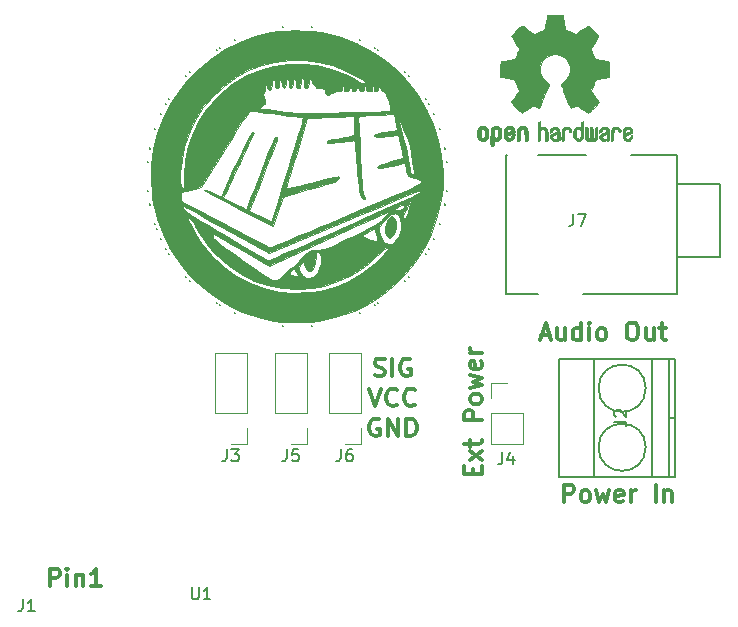
<source format=gto>
G04 #@! TF.FileFunction,Legend,Top*
%FSLAX46Y46*%
G04 Gerber Fmt 4.6, Leading zero omitted, Abs format (unit mm)*
G04 Created by KiCad (PCBNEW 4.0.7) date Thursday, May 17, 2018 'AMt' 08:01:50 AM*
%MOMM*%
%LPD*%
G01*
G04 APERTURE LIST*
%ADD10C,0.100000*%
%ADD11C,0.300000*%
%ADD12C,0.150000*%
%ADD13C,0.120000*%
%ADD14C,0.010000*%
G04 APERTURE END LIST*
D10*
D11*
X168802857Y-123487000D02*
X168802857Y-122987000D01*
X169588571Y-122772714D02*
X169588571Y-123487000D01*
X168088571Y-123487000D01*
X168088571Y-122772714D01*
X169588571Y-122272714D02*
X168588571Y-121487000D01*
X168588571Y-122272714D02*
X169588571Y-121487000D01*
X168588571Y-121129857D02*
X168588571Y-120558428D01*
X168088571Y-120915571D02*
X169374286Y-120915571D01*
X169517143Y-120844143D01*
X169588571Y-120701285D01*
X169588571Y-120558428D01*
X169588571Y-118915571D02*
X168088571Y-118915571D01*
X168088571Y-118344143D01*
X168160000Y-118201285D01*
X168231429Y-118129857D01*
X168374286Y-118058428D01*
X168588571Y-118058428D01*
X168731429Y-118129857D01*
X168802857Y-118201285D01*
X168874286Y-118344143D01*
X168874286Y-118915571D01*
X169588571Y-117201285D02*
X169517143Y-117344143D01*
X169445714Y-117415571D01*
X169302857Y-117487000D01*
X168874286Y-117487000D01*
X168731429Y-117415571D01*
X168660000Y-117344143D01*
X168588571Y-117201285D01*
X168588571Y-116987000D01*
X168660000Y-116844143D01*
X168731429Y-116772714D01*
X168874286Y-116701285D01*
X169302857Y-116701285D01*
X169445714Y-116772714D01*
X169517143Y-116844143D01*
X169588571Y-116987000D01*
X169588571Y-117201285D01*
X168588571Y-116201285D02*
X169588571Y-115915571D01*
X168874286Y-115629857D01*
X169588571Y-115344142D01*
X168588571Y-115058428D01*
X169517143Y-113915571D02*
X169588571Y-114058428D01*
X169588571Y-114344142D01*
X169517143Y-114486999D01*
X169374286Y-114558428D01*
X168802857Y-114558428D01*
X168660000Y-114486999D01*
X168588571Y-114344142D01*
X168588571Y-114058428D01*
X168660000Y-113915571D01*
X168802857Y-113844142D01*
X168945714Y-113844142D01*
X169088571Y-114558428D01*
X169588571Y-113201285D02*
X168588571Y-113201285D01*
X168874286Y-113201285D02*
X168731429Y-113129857D01*
X168660000Y-113058428D01*
X168588571Y-112915571D01*
X168588571Y-112772714D01*
X174617714Y-111692500D02*
X175332000Y-111692500D01*
X174474857Y-112121071D02*
X174974857Y-110621071D01*
X175474857Y-112121071D01*
X176617714Y-111121071D02*
X176617714Y-112121071D01*
X175974857Y-111121071D02*
X175974857Y-111906786D01*
X176046285Y-112049643D01*
X176189143Y-112121071D01*
X176403428Y-112121071D01*
X176546285Y-112049643D01*
X176617714Y-111978214D01*
X177974857Y-112121071D02*
X177974857Y-110621071D01*
X177974857Y-112049643D02*
X177832000Y-112121071D01*
X177546286Y-112121071D01*
X177403428Y-112049643D01*
X177332000Y-111978214D01*
X177260571Y-111835357D01*
X177260571Y-111406786D01*
X177332000Y-111263929D01*
X177403428Y-111192500D01*
X177546286Y-111121071D01*
X177832000Y-111121071D01*
X177974857Y-111192500D01*
X178689143Y-112121071D02*
X178689143Y-111121071D01*
X178689143Y-110621071D02*
X178617714Y-110692500D01*
X178689143Y-110763929D01*
X178760571Y-110692500D01*
X178689143Y-110621071D01*
X178689143Y-110763929D01*
X179617715Y-112121071D02*
X179474857Y-112049643D01*
X179403429Y-111978214D01*
X179332000Y-111835357D01*
X179332000Y-111406786D01*
X179403429Y-111263929D01*
X179474857Y-111192500D01*
X179617715Y-111121071D01*
X179832000Y-111121071D01*
X179974857Y-111192500D01*
X180046286Y-111263929D01*
X180117715Y-111406786D01*
X180117715Y-111835357D01*
X180046286Y-111978214D01*
X179974857Y-112049643D01*
X179832000Y-112121071D01*
X179617715Y-112121071D01*
X182189143Y-110621071D02*
X182474857Y-110621071D01*
X182617715Y-110692500D01*
X182760572Y-110835357D01*
X182832000Y-111121071D01*
X182832000Y-111621071D01*
X182760572Y-111906786D01*
X182617715Y-112049643D01*
X182474857Y-112121071D01*
X182189143Y-112121071D01*
X182046286Y-112049643D01*
X181903429Y-111906786D01*
X181832000Y-111621071D01*
X181832000Y-111121071D01*
X181903429Y-110835357D01*
X182046286Y-110692500D01*
X182189143Y-110621071D01*
X184117715Y-111121071D02*
X184117715Y-112121071D01*
X183474858Y-111121071D02*
X183474858Y-111906786D01*
X183546286Y-112049643D01*
X183689144Y-112121071D01*
X183903429Y-112121071D01*
X184046286Y-112049643D01*
X184117715Y-111978214D01*
X184617715Y-111121071D02*
X185189144Y-111121071D01*
X184832001Y-110621071D02*
X184832001Y-111906786D01*
X184903429Y-112049643D01*
X185046287Y-112121071D01*
X185189144Y-112121071D01*
X176530572Y-125837071D02*
X176530572Y-124337071D01*
X177102000Y-124337071D01*
X177244858Y-124408500D01*
X177316286Y-124479929D01*
X177387715Y-124622786D01*
X177387715Y-124837071D01*
X177316286Y-124979929D01*
X177244858Y-125051357D01*
X177102000Y-125122786D01*
X176530572Y-125122786D01*
X178244858Y-125837071D02*
X178102000Y-125765643D01*
X178030572Y-125694214D01*
X177959143Y-125551357D01*
X177959143Y-125122786D01*
X178030572Y-124979929D01*
X178102000Y-124908500D01*
X178244858Y-124837071D01*
X178459143Y-124837071D01*
X178602000Y-124908500D01*
X178673429Y-124979929D01*
X178744858Y-125122786D01*
X178744858Y-125551357D01*
X178673429Y-125694214D01*
X178602000Y-125765643D01*
X178459143Y-125837071D01*
X178244858Y-125837071D01*
X179244858Y-124837071D02*
X179530572Y-125837071D01*
X179816286Y-125122786D01*
X180102001Y-125837071D01*
X180387715Y-124837071D01*
X181530572Y-125765643D02*
X181387715Y-125837071D01*
X181102001Y-125837071D01*
X180959144Y-125765643D01*
X180887715Y-125622786D01*
X180887715Y-125051357D01*
X180959144Y-124908500D01*
X181102001Y-124837071D01*
X181387715Y-124837071D01*
X181530572Y-124908500D01*
X181602001Y-125051357D01*
X181602001Y-125194214D01*
X180887715Y-125337071D01*
X182244858Y-125837071D02*
X182244858Y-124837071D01*
X182244858Y-125122786D02*
X182316286Y-124979929D01*
X182387715Y-124908500D01*
X182530572Y-124837071D01*
X182673429Y-124837071D01*
X184316286Y-125837071D02*
X184316286Y-124337071D01*
X185030572Y-124837071D02*
X185030572Y-125837071D01*
X185030572Y-124979929D02*
X185102000Y-124908500D01*
X185244858Y-124837071D01*
X185459143Y-124837071D01*
X185602000Y-124908500D01*
X185673429Y-125051357D01*
X185673429Y-125837071D01*
X160516286Y-115105707D02*
X160730572Y-115177135D01*
X161087715Y-115177135D01*
X161230572Y-115105707D01*
X161302001Y-115034278D01*
X161373429Y-114891421D01*
X161373429Y-114748564D01*
X161302001Y-114605707D01*
X161230572Y-114534278D01*
X161087715Y-114462850D01*
X160802001Y-114391421D01*
X160659143Y-114319993D01*
X160587715Y-114248564D01*
X160516286Y-114105707D01*
X160516286Y-113962850D01*
X160587715Y-113819993D01*
X160659143Y-113748564D01*
X160802001Y-113677135D01*
X161159143Y-113677135D01*
X161373429Y-113748564D01*
X162016286Y-115177135D02*
X162016286Y-113677135D01*
X163516286Y-113748564D02*
X163373429Y-113677135D01*
X163159143Y-113677135D01*
X162944858Y-113748564D01*
X162802000Y-113891421D01*
X162730572Y-114034278D01*
X162659143Y-114319993D01*
X162659143Y-114534278D01*
X162730572Y-114819993D01*
X162802000Y-114962850D01*
X162944858Y-115105707D01*
X163159143Y-115177135D01*
X163302000Y-115177135D01*
X163516286Y-115105707D01*
X163587715Y-115034278D01*
X163587715Y-114534278D01*
X163302000Y-114534278D01*
X160052000Y-116217135D02*
X160552000Y-117717135D01*
X161052000Y-116217135D01*
X162409143Y-117574278D02*
X162337714Y-117645707D01*
X162123428Y-117717135D01*
X161980571Y-117717135D01*
X161766286Y-117645707D01*
X161623428Y-117502850D01*
X161552000Y-117359993D01*
X161480571Y-117074278D01*
X161480571Y-116859993D01*
X161552000Y-116574278D01*
X161623428Y-116431421D01*
X161766286Y-116288564D01*
X161980571Y-116217135D01*
X162123428Y-116217135D01*
X162337714Y-116288564D01*
X162409143Y-116359993D01*
X163909143Y-117574278D02*
X163837714Y-117645707D01*
X163623428Y-117717135D01*
X163480571Y-117717135D01*
X163266286Y-117645707D01*
X163123428Y-117502850D01*
X163052000Y-117359993D01*
X162980571Y-117074278D01*
X162980571Y-116859993D01*
X163052000Y-116574278D01*
X163123428Y-116431421D01*
X163266286Y-116288564D01*
X163480571Y-116217135D01*
X163623428Y-116217135D01*
X163837714Y-116288564D01*
X163909143Y-116359993D01*
X160909143Y-118828564D02*
X160766286Y-118757135D01*
X160552000Y-118757135D01*
X160337715Y-118828564D01*
X160194857Y-118971421D01*
X160123429Y-119114278D01*
X160052000Y-119399993D01*
X160052000Y-119614278D01*
X160123429Y-119899993D01*
X160194857Y-120042850D01*
X160337715Y-120185707D01*
X160552000Y-120257135D01*
X160694857Y-120257135D01*
X160909143Y-120185707D01*
X160980572Y-120114278D01*
X160980572Y-119614278D01*
X160694857Y-119614278D01*
X161623429Y-120257135D02*
X161623429Y-118757135D01*
X162480572Y-120257135D01*
X162480572Y-118757135D01*
X163194858Y-120257135D02*
X163194858Y-118757135D01*
X163552001Y-118757135D01*
X163766286Y-118828564D01*
X163909144Y-118971421D01*
X163980572Y-119114278D01*
X164052001Y-119399993D01*
X164052001Y-119614278D01*
X163980572Y-119899993D01*
X163909144Y-120042850D01*
X163766286Y-120185707D01*
X163552001Y-120257135D01*
X163194858Y-120257135D01*
X132985143Y-132957135D02*
X132985143Y-131457135D01*
X133556571Y-131457135D01*
X133699429Y-131528564D01*
X133770857Y-131599993D01*
X133842286Y-131742850D01*
X133842286Y-131957135D01*
X133770857Y-132099993D01*
X133699429Y-132171421D01*
X133556571Y-132242850D01*
X132985143Y-132242850D01*
X134485143Y-132957135D02*
X134485143Y-131957135D01*
X134485143Y-131457135D02*
X134413714Y-131528564D01*
X134485143Y-131599993D01*
X134556571Y-131528564D01*
X134485143Y-131457135D01*
X134485143Y-131599993D01*
X135199429Y-131957135D02*
X135199429Y-132957135D01*
X135199429Y-132099993D02*
X135270857Y-132028564D01*
X135413715Y-131957135D01*
X135628000Y-131957135D01*
X135770857Y-132028564D01*
X135842286Y-132171421D01*
X135842286Y-132957135D01*
X137342286Y-132957135D02*
X136485143Y-132957135D01*
X136913715Y-132957135D02*
X136913715Y-131457135D01*
X136770858Y-131671421D01*
X136628000Y-131814278D01*
X136485143Y-131885707D01*
D12*
X185456000Y-118682564D02*
X185956000Y-118682564D01*
X183956000Y-123682564D02*
X183956000Y-113682564D01*
X179056000Y-123682564D02*
X179056000Y-113682564D01*
X185456000Y-123682564D02*
X185456000Y-113682564D01*
X185956000Y-123682564D02*
X185956000Y-113682564D01*
X185956000Y-113682564D02*
X176156000Y-113682564D01*
X176156000Y-113682564D02*
X176156000Y-123682564D01*
X176156000Y-123682564D02*
X185956000Y-123682564D01*
X183456000Y-116182564D02*
G75*
G03X183456000Y-116182564I-2000000J0D01*
G01*
X183456000Y-121182564D02*
G75*
G03X183456000Y-121182564I-2000000J0D01*
G01*
D13*
X149666000Y-113168564D02*
X147006000Y-113168564D01*
X149666000Y-118308564D02*
X149666000Y-113168564D01*
X147006000Y-118308564D02*
X147006000Y-113168564D01*
X149666000Y-118308564D02*
X147006000Y-118308564D01*
X149666000Y-119578564D02*
X149666000Y-120908564D01*
X149666000Y-120908564D02*
X148336000Y-120908564D01*
X170374000Y-120908564D02*
X173034000Y-120908564D01*
X170374000Y-118308564D02*
X170374000Y-120908564D01*
X173034000Y-118308564D02*
X173034000Y-120908564D01*
X170374000Y-118308564D02*
X173034000Y-118308564D01*
X170374000Y-117038564D02*
X170374000Y-115708564D01*
X170374000Y-115708564D02*
X171704000Y-115708564D01*
X154746000Y-113168564D02*
X152086000Y-113168564D01*
X154746000Y-118308564D02*
X154746000Y-113168564D01*
X152086000Y-118308564D02*
X152086000Y-113168564D01*
X154746000Y-118308564D02*
X152086000Y-118308564D01*
X154746000Y-119578564D02*
X154746000Y-120908564D01*
X154746000Y-120908564D02*
X153416000Y-120908564D01*
X159318000Y-113168564D02*
X156658000Y-113168564D01*
X159318000Y-118308564D02*
X159318000Y-113168564D01*
X156658000Y-118308564D02*
X156658000Y-113168564D01*
X159318000Y-118308564D02*
X156658000Y-118308564D01*
X159318000Y-119578564D02*
X159318000Y-120908564D01*
X159318000Y-120908564D02*
X157988000Y-120908564D01*
D12*
X186140000Y-108209000D02*
X178140000Y-108209000D01*
X174340000Y-108209000D02*
X171640000Y-108209000D01*
X171640000Y-108209000D02*
X171640000Y-96409000D01*
X171640000Y-96409000D02*
X171740000Y-96409000D01*
X174340000Y-96409000D02*
X178440000Y-96409000D01*
X182240000Y-96409000D02*
X186140000Y-96409000D01*
X186140000Y-96409000D02*
X186140000Y-108209000D01*
X186140000Y-105109000D02*
X189740000Y-105109000D01*
X189740000Y-105109000D02*
X189740000Y-98909000D01*
X189740000Y-98909000D02*
X186140000Y-98909000D01*
D14*
G36*
X152738666Y-110900230D02*
X152696333Y-110942564D01*
X152654000Y-110900230D01*
X152696333Y-110857897D01*
X152738666Y-110900230D01*
X152738666Y-110900230D01*
G37*
X152738666Y-110900230D02*
X152696333Y-110942564D01*
X152654000Y-110900230D01*
X152696333Y-110857897D01*
X152738666Y-110900230D01*
G36*
X155194000Y-110900230D02*
X155151666Y-110942564D01*
X155109333Y-110900230D01*
X155151666Y-110857897D01*
X155194000Y-110900230D01*
X155194000Y-110900230D01*
G37*
X155194000Y-110900230D02*
X155151666Y-110942564D01*
X155109333Y-110900230D01*
X155151666Y-110857897D01*
X155194000Y-110900230D01*
G36*
X154533304Y-85912012D02*
X155280880Y-85959065D01*
X155953432Y-86034852D01*
X156279096Y-86089860D01*
X157656446Y-86445065D01*
X158967057Y-86949513D01*
X160201329Y-87593166D01*
X161349665Y-88365984D01*
X162402468Y-89257929D01*
X163350139Y-90258961D01*
X164183082Y-91359042D01*
X164891697Y-92548131D01*
X165466388Y-93816191D01*
X165897557Y-95153183D01*
X166157244Y-96422230D01*
X166286895Y-97832543D01*
X166255220Y-99220747D01*
X166069811Y-100576597D01*
X165738261Y-101889847D01*
X165268160Y-103150249D01*
X164667102Y-104347559D01*
X163942677Y-105471529D01*
X163102478Y-106511914D01*
X162154096Y-107458467D01*
X161105124Y-108300943D01*
X159963153Y-109029094D01*
X158735774Y-109632676D01*
X157430581Y-110101441D01*
X156055164Y-110425143D01*
X155744333Y-110475808D01*
X155035778Y-110551641D01*
X154233088Y-110587345D01*
X153403408Y-110583032D01*
X152613883Y-110538815D01*
X152022239Y-110469588D01*
X150636891Y-110171044D01*
X149312926Y-109721008D01*
X148060029Y-109129235D01*
X146887887Y-108405483D01*
X145806185Y-107559507D01*
X144824609Y-106601063D01*
X143952845Y-105539909D01*
X143200579Y-104385800D01*
X142577496Y-103148493D01*
X142093282Y-101837744D01*
X142077115Y-101771540D01*
X144695333Y-101771540D01*
X144737601Y-101918952D01*
X144852243Y-102176190D01*
X145021017Y-102510032D01*
X145225681Y-102887258D01*
X145447993Y-103274648D01*
X145669710Y-103638979D01*
X145872590Y-103947031D01*
X145946187Y-104049481D01*
X146798036Y-105058416D01*
X147749884Y-105934685D01*
X148792508Y-106672862D01*
X149916687Y-107267519D01*
X151113199Y-107713228D01*
X152372822Y-108004564D01*
X152762843Y-108061202D01*
X153298442Y-108101024D01*
X153935661Y-108105678D01*
X154611083Y-108077897D01*
X155261292Y-108020415D01*
X155822871Y-107935969D01*
X155865529Y-107927421D01*
X157115161Y-107585952D01*
X158297213Y-107089946D01*
X159406286Y-106442368D01*
X160436979Y-105646184D01*
X161014833Y-105099083D01*
X161269971Y-104832739D01*
X161473260Y-104608360D01*
X161599544Y-104454454D01*
X161628666Y-104403457D01*
X161583339Y-104304411D01*
X161445404Y-104333408D01*
X161211934Y-104492241D01*
X160879999Y-104782699D01*
X160654343Y-104999264D01*
X159996588Y-105604447D01*
X159357789Y-106099547D01*
X158680938Y-106525815D01*
X158168687Y-106797997D01*
X157189110Y-107226680D01*
X156211551Y-107524257D01*
X155191651Y-107700861D01*
X154085048Y-107766624D01*
X153924000Y-107767564D01*
X152635250Y-107692580D01*
X151421087Y-107466179D01*
X150276250Y-107086188D01*
X149195482Y-106550432D01*
X148173523Y-105856738D01*
X147205115Y-105002930D01*
X147182742Y-104980706D01*
X146491620Y-104219037D01*
X145890923Y-103409008D01*
X145835137Y-103314002D01*
X146812000Y-103314002D01*
X146819449Y-103386620D01*
X146850708Y-103462940D01*
X146919137Y-103553703D01*
X147038100Y-103669649D01*
X147220960Y-103821517D01*
X147481079Y-104020049D01*
X147831821Y-104275985D01*
X148286547Y-104600065D01*
X148858621Y-105003028D01*
X149288500Y-105304479D01*
X150010373Y-105806064D01*
X150631096Y-106228699D01*
X151143925Y-106568022D01*
X151542115Y-106819669D01*
X151818923Y-106979280D01*
X151967605Y-107042491D01*
X151976666Y-107043394D01*
X152192819Y-107002002D01*
X152435811Y-106895968D01*
X152457222Y-106883309D01*
X152695914Y-106696910D01*
X152897697Y-106480780D01*
X153266344Y-106480780D01*
X153386287Y-106573076D01*
X153479500Y-106610824D01*
X153711809Y-106677632D01*
X153905026Y-106703301D01*
X154004698Y-106681766D01*
X154008666Y-106669769D01*
X153975614Y-106575123D01*
X153893625Y-106389729D01*
X153867907Y-106335134D01*
X153800341Y-106193444D01*
X154115573Y-106193444D01*
X154233560Y-106426274D01*
X154381200Y-106590697D01*
X154686516Y-106821238D01*
X154979438Y-106883791D01*
X155269015Y-106778339D01*
X155489861Y-106588545D01*
X155688382Y-106312466D01*
X155834518Y-105981342D01*
X155925570Y-105628907D01*
X155958840Y-105288894D01*
X155931629Y-104995035D01*
X155841241Y-104781064D01*
X155684977Y-104680712D01*
X155642733Y-104677230D01*
X155568947Y-104748511D01*
X155535442Y-104969763D01*
X155532666Y-105098850D01*
X155495459Y-105534107D01*
X155395879Y-105875805D01*
X155251991Y-106113300D01*
X155081859Y-106235949D01*
X154903546Y-106233109D01*
X154735116Y-106094136D01*
X154594633Y-105808386D01*
X154556041Y-105674281D01*
X154468416Y-105321191D01*
X154280874Y-105639050D01*
X154133133Y-105948008D01*
X154115573Y-106193444D01*
X153800341Y-106193444D01*
X153727149Y-106039960D01*
X153486907Y-106211027D01*
X153299730Y-106368391D01*
X153266344Y-106480780D01*
X152897697Y-106480780D01*
X152910975Y-106466559D01*
X152922889Y-106450632D01*
X153105672Y-106254539D01*
X153367706Y-106034489D01*
X153560876Y-105898393D01*
X153845665Y-105682273D01*
X154103733Y-105431385D01*
X154223749Y-105279920D01*
X154439124Y-105017167D01*
X154707828Y-104767784D01*
X154791332Y-104705264D01*
X155018125Y-104567698D01*
X155237540Y-104494699D01*
X155520851Y-104467294D01*
X155694792Y-104464770D01*
X155872176Y-104458587D01*
X156053304Y-104436108D01*
X156254263Y-104390663D01*
X156491141Y-104315585D01*
X156780024Y-104204204D01*
X157136999Y-104049851D01*
X157578156Y-103845860D01*
X158119580Y-103585560D01*
X158722686Y-103289152D01*
X159371182Y-103289152D01*
X159372133Y-103295586D01*
X159466249Y-103338584D01*
X159674213Y-103414750D01*
X159947799Y-103508199D01*
X160238784Y-103603043D01*
X160498941Y-103683395D01*
X160680047Y-103733369D01*
X160727558Y-103742109D01*
X160762413Y-103681741D01*
X160742709Y-103597730D01*
X160691259Y-103423016D01*
X160633060Y-103168213D01*
X160616851Y-103085819D01*
X160567324Y-102856001D01*
X160523647Y-102707825D01*
X160515050Y-102691815D01*
X160886521Y-102691815D01*
X160900488Y-102863443D01*
X160902518Y-102879523D01*
X161009527Y-103342332D01*
X161187449Y-103689640D01*
X161418996Y-103910784D01*
X161686879Y-103995098D01*
X161973812Y-103931919D01*
X162257841Y-103715554D01*
X162540007Y-103297551D01*
X162695144Y-102774065D01*
X162729333Y-102313703D01*
X162687241Y-101867575D01*
X162562475Y-101561951D01*
X162520318Y-101528851D01*
X162932476Y-101528851D01*
X162943027Y-101735752D01*
X162948640Y-101767179D01*
X162988118Y-101930270D01*
X163032867Y-101981462D01*
X163093252Y-101908077D01*
X163179638Y-101697434D01*
X163302393Y-101336855D01*
X163303692Y-101332897D01*
X163439670Y-100902262D01*
X163517758Y-100610142D01*
X163541689Y-100437328D01*
X163515197Y-100364612D01*
X163492946Y-100359230D01*
X163423650Y-100430380D01*
X163406666Y-100534475D01*
X163360249Y-100701936D01*
X163241576Y-100937870D01*
X163148780Y-101084545D01*
X162994267Y-101334953D01*
X162932476Y-101528851D01*
X162520318Y-101528851D01*
X162357300Y-101400857D01*
X162201100Y-101375230D01*
X162048692Y-101396198D01*
X161893072Y-101474690D01*
X161701209Y-101634092D01*
X161440074Y-101897790D01*
X161393880Y-101946730D01*
X161141786Y-102219185D01*
X160986785Y-102408385D01*
X160908491Y-102553029D01*
X160886521Y-102691815D01*
X160515050Y-102691815D01*
X160511464Y-102685139D01*
X160424834Y-102704270D01*
X160228892Y-102788363D01*
X159962493Y-102920397D01*
X159903079Y-102951643D01*
X159637736Y-103099958D01*
X159449320Y-103219662D01*
X159371182Y-103289152D01*
X158722686Y-103289152D01*
X158777359Y-103262282D01*
X159567581Y-102869360D01*
X159685395Y-102810561D01*
X160185164Y-102557377D01*
X160556231Y-102358669D01*
X160823774Y-102198234D01*
X161012971Y-102059871D01*
X161148998Y-101927380D01*
X161239293Y-101810646D01*
X161533711Y-101459744D01*
X161855609Y-101245563D01*
X162256057Y-101137141D01*
X162373512Y-101123023D01*
X162651324Y-101082825D01*
X162822915Y-101009609D01*
X162951396Y-100870557D01*
X162999629Y-100797462D01*
X163177233Y-100516026D01*
X162889783Y-100639954D01*
X162766696Y-100695302D01*
X162502845Y-100815651D01*
X162111211Y-100995033D01*
X161604774Y-101227482D01*
X160996515Y-101507028D01*
X160299412Y-101827704D01*
X159526448Y-102183542D01*
X158690601Y-102568574D01*
X157804853Y-102976832D01*
X157065566Y-103317756D01*
X151528800Y-105871631D01*
X149233900Y-104499954D01*
X148669415Y-104162653D01*
X148151335Y-103853262D01*
X147697614Y-103582489D01*
X147326210Y-103361044D01*
X147055075Y-103199634D01*
X146902167Y-103108969D01*
X146875500Y-103093424D01*
X146831502Y-103140954D01*
X146812050Y-103303804D01*
X146812000Y-103314002D01*
X145835137Y-103314002D01*
X145413171Y-102595387D01*
X145337081Y-102440073D01*
X145212324Y-102222548D01*
X145057790Y-102013980D01*
X144902126Y-101844213D01*
X144773980Y-101743090D01*
X144702000Y-101740453D01*
X144695333Y-101771540D01*
X142077115Y-101771540D01*
X141852683Y-100852548D01*
X144285249Y-100852548D01*
X144287278Y-100961178D01*
X144330058Y-101026430D01*
X144450173Y-101131579D01*
X144656764Y-101282515D01*
X144958973Y-101485128D01*
X145365940Y-101745309D01*
X145886807Y-102068947D01*
X146530714Y-102461932D01*
X147306803Y-102930155D01*
X147828000Y-103242647D01*
X148532315Y-103662494D01*
X149195479Y-104054595D01*
X149802773Y-104410473D01*
X150339477Y-104721653D01*
X150790870Y-104979658D01*
X151142233Y-105176012D01*
X151378846Y-105302240D01*
X151485988Y-105349864D01*
X151487753Y-105350032D01*
X151586307Y-105316839D01*
X151827260Y-105219301D01*
X152198633Y-105062651D01*
X152688447Y-104852125D01*
X153284723Y-104592956D01*
X153975483Y-104290381D01*
X154748748Y-103949632D01*
X155592538Y-103575945D01*
X156494877Y-103174555D01*
X157443784Y-102750695D01*
X157753086Y-102612167D01*
X158717324Y-102179995D01*
X159640639Y-101766089D01*
X160510808Y-101375932D01*
X161315611Y-101015006D01*
X162042828Y-100688795D01*
X162680238Y-100402781D01*
X163215619Y-100162448D01*
X163636752Y-99973278D01*
X163931414Y-99840755D01*
X164087386Y-99770362D01*
X164105166Y-99762244D01*
X164243856Y-99664386D01*
X164328555Y-99548179D01*
X164340955Y-99458578D01*
X164262748Y-99440538D01*
X164232166Y-99450405D01*
X164139310Y-99488848D01*
X163902289Y-99587943D01*
X163533025Y-99742685D01*
X163043438Y-99948067D01*
X162445451Y-100199084D01*
X161750983Y-100490729D01*
X160971956Y-100817998D01*
X160120292Y-101175884D01*
X159207911Y-101559382D01*
X158246735Y-101963486D01*
X157856793Y-102127455D01*
X151587253Y-104763880D01*
X147993126Y-102773942D01*
X147276703Y-102378039D01*
X146605023Y-102008318D01*
X145992670Y-101672702D01*
X145454227Y-101379117D01*
X145004277Y-101135486D01*
X144657404Y-100949733D01*
X144428191Y-100829783D01*
X144331221Y-100783560D01*
X144329611Y-100783284D01*
X144285249Y-100852548D01*
X141852683Y-100852548D01*
X141757624Y-100463309D01*
X141690755Y-100062897D01*
X141644796Y-99563735D01*
X144145000Y-99563735D01*
X144145000Y-100309817D01*
X147828000Y-102280934D01*
X148558246Y-102670386D01*
X149245447Y-103034240D01*
X149874751Y-103364818D01*
X150431310Y-103654442D01*
X150900271Y-103895437D01*
X151266786Y-104080125D01*
X151516004Y-104200828D01*
X151633074Y-104249870D01*
X151638000Y-104250581D01*
X151734139Y-104218295D01*
X151974397Y-104125174D01*
X152346841Y-103976127D01*
X152839538Y-103776064D01*
X153440558Y-103529892D01*
X154137967Y-103242522D01*
X154919834Y-102918863D01*
X155774227Y-102563823D01*
X156689214Y-102182311D01*
X157652863Y-101779236D01*
X158072666Y-101603257D01*
X159215469Y-101123641D01*
X160211987Y-100704672D01*
X161072225Y-100341828D01*
X161806188Y-100030587D01*
X162423880Y-99766427D01*
X162935307Y-99544825D01*
X163350474Y-99361259D01*
X163679387Y-99211207D01*
X163932049Y-99090147D01*
X164118467Y-98993556D01*
X164248645Y-98916912D01*
X164332588Y-98855694D01*
X164380302Y-98805378D01*
X164401792Y-98761442D01*
X164405798Y-98740713D01*
X164406126Y-98621960D01*
X164350095Y-98539634D01*
X164203283Y-98469858D01*
X163931267Y-98388755D01*
X163877162Y-98374035D01*
X163323061Y-98224047D01*
X163195530Y-97794605D01*
X163122818Y-97529699D01*
X163076639Y-97322908D01*
X163068000Y-97253530D01*
X163056978Y-97190430D01*
X163007212Y-97156771D01*
X162893652Y-97155004D01*
X162691247Y-97187583D01*
X162374946Y-97256960D01*
X161919698Y-97365587D01*
X161917192Y-97366194D01*
X161403859Y-97477976D01*
X161030117Y-97531763D01*
X160800921Y-97527613D01*
X160721228Y-97465584D01*
X160788751Y-97352859D01*
X160915932Y-97284011D01*
X161169842Y-97188553D01*
X161512595Y-97079559D01*
X161872204Y-96978994D01*
X162252999Y-96876427D01*
X162570565Y-96785875D01*
X162790800Y-96717402D01*
X162878960Y-96681825D01*
X162880383Y-96587425D01*
X162852516Y-96369270D01*
X162803281Y-96068798D01*
X162740601Y-95727447D01*
X162672399Y-95386656D01*
X162606599Y-95087862D01*
X162551123Y-94872505D01*
X162516040Y-94783715D01*
X162418549Y-94773520D01*
X162188465Y-94780345D01*
X161861480Y-94802416D01*
X161520478Y-94833187D01*
X161023611Y-94873417D01*
X160683801Y-94877709D01*
X160492345Y-94844727D01*
X160440541Y-94773135D01*
X160503603Y-94677094D01*
X160623293Y-94627155D01*
X160870831Y-94567694D01*
X161205718Y-94507443D01*
X161460671Y-94470736D01*
X161824384Y-94420006D01*
X162121300Y-94372134D01*
X162313920Y-94333547D01*
X162366655Y-94315463D01*
X162369839Y-94218330D01*
X162339646Y-93999422D01*
X162282344Y-93701589D01*
X162265657Y-93624935D01*
X162205034Y-93352443D01*
X162511231Y-93352443D01*
X162515083Y-93445543D01*
X162556640Y-93662845D01*
X162626302Y-93965962D01*
X162714464Y-94316506D01*
X162811524Y-94676088D01*
X162907881Y-95006322D01*
X162982623Y-95236897D01*
X163144142Y-95740213D01*
X163262833Y-96218843D01*
X163354013Y-96743005D01*
X163414573Y-97217109D01*
X163462073Y-97605071D01*
X163504655Y-97854532D01*
X163552792Y-97995622D01*
X163616962Y-98058473D01*
X163707637Y-98073215D01*
X163712201Y-98073230D01*
X163779799Y-98044573D01*
X163807954Y-97935510D01*
X163801546Y-97711398D01*
X163786780Y-97544064D01*
X163708490Y-96932381D01*
X163594325Y-96287538D01*
X163457676Y-95676380D01*
X163311937Y-95165752D01*
X163307813Y-95153425D01*
X163211090Y-94888012D01*
X163083423Y-94567833D01*
X162940057Y-94227352D01*
X162796234Y-93901033D01*
X162667199Y-93623342D01*
X162568196Y-93428744D01*
X162514469Y-93351704D01*
X162511231Y-93352443D01*
X162205034Y-93352443D01*
X162121607Y-92977458D01*
X160753303Y-93034331D01*
X160279452Y-93056135D01*
X159857733Y-93079485D01*
X159520529Y-93102284D01*
X159300225Y-93122432D01*
X159236766Y-93132611D01*
X159150682Y-93184262D01*
X159116557Y-93304119D01*
X159124798Y-93536127D01*
X159131955Y-93612790D01*
X159146587Y-93804551D01*
X159167583Y-94141172D01*
X159193621Y-94598355D01*
X159223379Y-95151803D01*
X159255532Y-95777216D01*
X159288760Y-96450297D01*
X159305652Y-96803230D01*
X159343070Y-97573963D01*
X159375859Y-98194489D01*
X159405857Y-98683811D01*
X159434900Y-99060932D01*
X159464827Y-99344857D01*
X159497475Y-99554587D01*
X159534681Y-99709125D01*
X159578282Y-99827475D01*
X159603049Y-99879007D01*
X159699808Y-100079220D01*
X159715871Y-100167674D01*
X159654326Y-100179763D01*
X159628892Y-100175340D01*
X159510423Y-100137960D01*
X159413064Y-100065230D01*
X159332727Y-99939363D01*
X159265321Y-99742568D01*
X159206760Y-99457060D01*
X159152954Y-99065048D01*
X159099813Y-98548744D01*
X159043250Y-97890360D01*
X159011339Y-97488661D01*
X158963363Y-96891518D01*
X158917409Y-96351504D01*
X158875598Y-95891117D01*
X158840055Y-95532855D01*
X158812902Y-95299213D01*
X158796623Y-95212965D01*
X158701130Y-95206960D01*
X158471276Y-95221041D01*
X158140390Y-95251740D01*
X157741797Y-95295590D01*
X157308825Y-95349123D01*
X156874801Y-95408870D01*
X156781500Y-95422651D01*
X156568874Y-95440227D01*
X156477688Y-95399279D01*
X156464000Y-95333998D01*
X156479052Y-95264092D01*
X156539891Y-95206561D01*
X156670039Y-95154767D01*
X156893020Y-95102070D01*
X157232356Y-95041831D01*
X157711569Y-94967411D01*
X157820800Y-94951056D01*
X158191896Y-94890340D01*
X158492268Y-94831023D01*
X158687826Y-94780510D01*
X158746175Y-94750064D01*
X158747865Y-94642194D01*
X158749173Y-94406811D01*
X158749907Y-94085735D01*
X158750000Y-93916196D01*
X158750000Y-93145828D01*
X157289500Y-93198640D01*
X156764168Y-93219239D01*
X156256324Y-93242033D01*
X155807739Y-93264942D01*
X155460190Y-93285883D01*
X155311369Y-93297177D01*
X154793739Y-93342904D01*
X153891720Y-96279567D01*
X153685185Y-96953529D01*
X153495368Y-97575932D01*
X153327816Y-98128359D01*
X153188076Y-98592392D01*
X153081694Y-98949613D01*
X153014218Y-99181603D01*
X152991183Y-99269785D01*
X153070005Y-99264393D01*
X153291298Y-99221676D01*
X153633545Y-99146508D01*
X154075226Y-99043764D01*
X154594823Y-98918317D01*
X155130500Y-98785201D01*
X155710824Y-98640085D01*
X156239902Y-98509618D01*
X156694683Y-98399337D01*
X157052117Y-98314779D01*
X157289154Y-98261479D01*
X157380374Y-98244813D01*
X157467334Y-98292733D01*
X157452217Y-98409523D01*
X157354374Y-98546033D01*
X157225400Y-98638498D01*
X157088733Y-98689789D01*
X156813287Y-98779584D01*
X156423276Y-98900484D01*
X155942914Y-99045090D01*
X155396415Y-99206002D01*
X154878742Y-99355583D01*
X152743152Y-99967244D01*
X152338742Y-101219849D01*
X151934333Y-102472453D01*
X149055666Y-100984990D01*
X148409724Y-100650236D01*
X147809969Y-100337530D01*
X147273353Y-100055853D01*
X146816831Y-99814187D01*
X146457358Y-99621514D01*
X146211886Y-99486817D01*
X146097369Y-99419076D01*
X146092333Y-99415052D01*
X146084805Y-99376336D01*
X146209258Y-99410212D01*
X146448149Y-99509789D01*
X146783941Y-99668174D01*
X146961537Y-99756571D01*
X147463814Y-100010119D01*
X148082877Y-98640811D01*
X148462580Y-97809779D01*
X148820197Y-97044302D01*
X149149473Y-96356770D01*
X149444151Y-95759572D01*
X149697977Y-95265098D01*
X149904693Y-94885737D01*
X150058045Y-94633879D01*
X150151776Y-94521913D01*
X150164994Y-94517230D01*
X150272246Y-94543195D01*
X150283333Y-94562105D01*
X150247857Y-94646446D01*
X150147226Y-94864832D01*
X149990132Y-95198927D01*
X149785269Y-95630394D01*
X149541328Y-96140897D01*
X149267003Y-96712100D01*
X149089215Y-97080938D01*
X148794264Y-97692833D01*
X148518550Y-98266373D01*
X148271915Y-98780968D01*
X148064200Y-99216023D01*
X147905247Y-99550946D01*
X147804899Y-99765146D01*
X147778556Y-99823336D01*
X147662015Y-100091776D01*
X148646917Y-100565372D01*
X149015935Y-100740600D01*
X149324649Y-100882986D01*
X149544088Y-100979479D01*
X149645287Y-101017033D01*
X149648661Y-101016599D01*
X149681538Y-100935176D01*
X149767872Y-100712959D01*
X149900955Y-100367439D01*
X150074079Y-99916106D01*
X150280536Y-99376449D01*
X150513618Y-98765961D01*
X150766618Y-98102131D01*
X150793741Y-98030897D01*
X151051995Y-97356989D01*
X151295367Y-96730301D01*
X151516496Y-96169162D01*
X151708021Y-95691901D01*
X151862582Y-95316845D01*
X151972816Y-95062324D01*
X152031365Y-94946666D01*
X152033384Y-94944192D01*
X152163143Y-94871997D01*
X152225471Y-94901859D01*
X152241213Y-94926505D01*
X152245996Y-94969133D01*
X152235288Y-95042174D01*
X152204557Y-95158059D01*
X152149272Y-95329217D01*
X152064898Y-95568080D01*
X151946905Y-95887078D01*
X151790761Y-96298641D01*
X151591932Y-96815199D01*
X151345888Y-97449184D01*
X151048096Y-98213025D01*
X150694023Y-99119154D01*
X150602603Y-99352951D01*
X149886952Y-101183005D01*
X150802142Y-101634563D01*
X151158666Y-101805595D01*
X151457483Y-101939738D01*
X151667784Y-102023808D01*
X151758760Y-102044617D01*
X151759250Y-102044202D01*
X151791752Y-101957421D01*
X151867808Y-101727013D01*
X151981749Y-101371371D01*
X152127906Y-100908891D01*
X152300611Y-100357965D01*
X152494195Y-99736989D01*
X152702989Y-99064356D01*
X152921325Y-98358460D01*
X153143534Y-97637696D01*
X153363948Y-96920457D01*
X153576897Y-96225139D01*
X153776714Y-95570134D01*
X153957730Y-94973837D01*
X154114275Y-94454643D01*
X154240682Y-94030944D01*
X154331282Y-93721137D01*
X154380406Y-93543613D01*
X154385468Y-93522397D01*
X154414477Y-93337220D01*
X154406035Y-93248541D01*
X154402086Y-93247230D01*
X154309424Y-93237103D01*
X154072378Y-93208659D01*
X153714564Y-93164806D01*
X153259598Y-93108448D01*
X152731094Y-93042494D01*
X152342193Y-92993702D01*
X151763907Y-92921045D01*
X151230835Y-92854160D01*
X150769556Y-92796375D01*
X150406648Y-92751018D01*
X150168690Y-92721415D01*
X150095557Y-92712432D01*
X150037131Y-92712109D01*
X149975029Y-92733593D01*
X149900649Y-92789061D01*
X149805389Y-92890692D01*
X149680647Y-93050662D01*
X149517823Y-93281148D01*
X149308313Y-93594328D01*
X149043518Y-94002380D01*
X148714833Y-94517480D01*
X148313659Y-95151806D01*
X147831394Y-95917535D01*
X147829985Y-95919775D01*
X145794521Y-99154859D01*
X144969760Y-99359297D01*
X144145000Y-99563735D01*
X141644796Y-99563735D01*
X141560816Y-98651656D01*
X141567371Y-98360446D01*
X144039688Y-98360446D01*
X144054214Y-98758441D01*
X144096021Y-99061457D01*
X144165787Y-99245003D01*
X144256562Y-99286959D01*
X144316127Y-99251919D01*
X144356730Y-99165406D01*
X144381930Y-98999972D01*
X144395285Y-98728173D01*
X144400354Y-98322560D01*
X144400785Y-98174550D01*
X144480192Y-96895807D01*
X144714672Y-95684458D01*
X145105152Y-94538281D01*
X145652559Y-93455055D01*
X146350719Y-92442855D01*
X150780531Y-92442855D01*
X150812500Y-92492623D01*
X150899036Y-92505212D01*
X151127032Y-92535788D01*
X151469982Y-92580866D01*
X151901378Y-92636963D01*
X152394714Y-92700595D01*
X152400000Y-92701274D01*
X152893040Y-92762541D01*
X153320584Y-92809247D01*
X153716622Y-92842789D01*
X154115147Y-92864568D01*
X154550153Y-92875982D01*
X155055631Y-92878430D01*
X155665573Y-92873312D01*
X156337000Y-92863308D01*
X157060034Y-92850142D01*
X157823382Y-92834133D01*
X158582306Y-92816366D01*
X159292067Y-92797926D01*
X159907928Y-92779899D01*
X160252833Y-92768336D01*
X161798000Y-92712588D01*
X161798000Y-92696897D01*
X162052000Y-92696897D01*
X162094333Y-92739230D01*
X162136666Y-92696897D01*
X162094333Y-92654564D01*
X162052000Y-92696897D01*
X161798000Y-92696897D01*
X161798000Y-92303543D01*
X161755237Y-91936006D01*
X161649833Y-91722684D01*
X161518604Y-91502746D01*
X161458788Y-91319550D01*
X161363032Y-91120725D01*
X161231075Y-91061846D01*
X161068060Y-90967330D01*
X161019953Y-90826380D01*
X160961738Y-90653177D01*
X160877506Y-90634508D01*
X160808283Y-90769410D01*
X160797542Y-90831598D01*
X160724707Y-91002242D01*
X160602352Y-91057406D01*
X160489102Y-90996654D01*
X160443333Y-90834230D01*
X160414350Y-90675115D01*
X160358666Y-90622564D01*
X160295020Y-90695020D01*
X160274000Y-90834230D01*
X160246662Y-90985502D01*
X160130454Y-91040842D01*
X160020000Y-91045897D01*
X159838473Y-91023116D01*
X159772065Y-90926276D01*
X159766000Y-90834230D01*
X159737017Y-90675115D01*
X159681333Y-90622564D01*
X159617687Y-90695020D01*
X159596666Y-90834230D01*
X159561293Y-90995761D01*
X159424035Y-91045186D01*
X159390623Y-91045897D01*
X159231275Y-91006963D01*
X159164155Y-90858801D01*
X159157790Y-90813064D01*
X159111697Y-90643922D01*
X159046333Y-90580230D01*
X158976400Y-90653465D01*
X158934876Y-90813064D01*
X158869498Y-90998254D01*
X158750000Y-91045897D01*
X158616793Y-90980991D01*
X158565123Y-90813064D01*
X158519031Y-90643922D01*
X158453666Y-90580230D01*
X158383733Y-90653465D01*
X158342209Y-90813064D01*
X158287619Y-90988068D01*
X158149994Y-91044651D01*
X158109376Y-91045897D01*
X157952136Y-91009559D01*
X157904025Y-90868554D01*
X157903333Y-90834230D01*
X157874350Y-90675115D01*
X157818666Y-90622564D01*
X157755020Y-90695020D01*
X157734000Y-90834230D01*
X157718618Y-90963899D01*
X157642482Y-91025954D01*
X157460607Y-91044900D01*
X157345404Y-91045897D01*
X157057901Y-91070981D01*
X156875259Y-91159438D01*
X156810982Y-91225986D01*
X156626239Y-91358946D01*
X156447635Y-91345262D01*
X156323429Y-91202299D01*
X156294666Y-91040191D01*
X156283119Y-90887474D01*
X156217869Y-90815138D01*
X156053002Y-90793263D01*
X155913666Y-90791897D01*
X155666902Y-90776892D01*
X155552579Y-90723639D01*
X155532666Y-90656970D01*
X155461753Y-90527636D01*
X155368125Y-90479015D01*
X155225187Y-90362774D01*
X155177625Y-90218305D01*
X155125537Y-90014622D01*
X155051858Y-89963544D01*
X154978993Y-90054159D01*
X154929352Y-90275555D01*
X154923694Y-90341962D01*
X154896251Y-90593551D01*
X154840676Y-90721685D01*
X154734158Y-90772156D01*
X154707166Y-90776619D01*
X154594788Y-90777977D01*
X154538214Y-90713860D01*
X154518573Y-90544429D01*
X154516666Y-90374452D01*
X154502453Y-90102933D01*
X154454428Y-89970444D01*
X154394305Y-89945230D01*
X154307957Y-90009885D01*
X154257868Y-90215986D01*
X154246138Y-90347397D01*
X154218385Y-90597082D01*
X154161567Y-90723588D01*
X154052478Y-90772969D01*
X154029833Y-90776619D01*
X153913113Y-90776815D01*
X153857174Y-90706012D01*
X153840148Y-90522907D01*
X153839333Y-90416785D01*
X153821969Y-90159961D01*
X153764431Y-90043543D01*
X153717201Y-90029897D01*
X153624509Y-90104412D01*
X153573763Y-90333780D01*
X153569034Y-90389000D01*
X153527727Y-90641441D01*
X153441957Y-90759712D01*
X153394833Y-90776208D01*
X153302831Y-90766349D01*
X153258641Y-90665684D01*
X153246697Y-90436489D01*
X153246666Y-90417105D01*
X153229330Y-90160167D01*
X153171874Y-90043621D01*
X153124534Y-90029897D01*
X153031964Y-90104226D01*
X152981217Y-90333175D01*
X152976368Y-90389730D01*
X152925886Y-90646410D01*
X152840992Y-90758756D01*
X152750422Y-90722798D01*
X152682911Y-90534564D01*
X152670055Y-90432064D01*
X152616815Y-90189657D01*
X152532283Y-90101186D01*
X152449729Y-90164043D01*
X152402422Y-90375620D01*
X152400000Y-90453230D01*
X152385799Y-90674798D01*
X152328405Y-90772723D01*
X152230666Y-90791897D01*
X152119882Y-90763497D01*
X152070920Y-90648708D01*
X152061333Y-90453230D01*
X152038856Y-90214169D01*
X151966477Y-90118489D01*
X151938972Y-90114564D01*
X151852624Y-90179219D01*
X151802534Y-90385320D01*
X151790805Y-90516730D01*
X151763470Y-90764651D01*
X151709844Y-90884809D01*
X151609809Y-90918662D01*
X151595666Y-90918897D01*
X151457148Y-90862840D01*
X151399542Y-90686064D01*
X151349806Y-90498188D01*
X151282579Y-90464517D01*
X151228427Y-90576886D01*
X151214666Y-90735452D01*
X151198683Y-90945253D01*
X151159870Y-91071998D01*
X151156497Y-91075844D01*
X151092112Y-91243643D01*
X151102841Y-91500804D01*
X151182636Y-91777164D01*
X151243482Y-91994087D01*
X151184917Y-92133863D01*
X150984273Y-92241302D01*
X150939500Y-92257763D01*
X150827854Y-92339301D01*
X150780531Y-92442855D01*
X146350719Y-92442855D01*
X146357822Y-92432558D01*
X147185857Y-91504421D01*
X147825233Y-90905340D01*
X148445774Y-90416024D01*
X149104574Y-89994885D01*
X149679312Y-89688174D01*
X150825970Y-89208442D01*
X152014436Y-88885025D01*
X153227465Y-88717254D01*
X154447811Y-88704460D01*
X155658226Y-88845974D01*
X156841466Y-89141127D01*
X157980284Y-89589250D01*
X158823864Y-90042866D01*
X159195465Y-90245818D01*
X159473792Y-90342177D01*
X159633404Y-90351600D01*
X159746459Y-90334584D01*
X159780123Y-90300543D01*
X159718238Y-90231779D01*
X159544647Y-90110595D01*
X159243189Y-89919294D01*
X159232672Y-89912707D01*
X158098655Y-89297414D01*
X156925179Y-88839895D01*
X155725681Y-88537664D01*
X154513597Y-88388238D01*
X153302363Y-88389133D01*
X152105415Y-88537865D01*
X150936190Y-88831950D01*
X149808123Y-89268905D01*
X148734651Y-89846245D01*
X147729210Y-90561486D01*
X146805237Y-91412145D01*
X146004079Y-92358230D01*
X145298706Y-93440062D01*
X144746878Y-94592567D01*
X144352647Y-95802972D01*
X144240895Y-96308495D01*
X144153047Y-96841496D01*
X144089780Y-97377482D01*
X144051768Y-97891962D01*
X144039688Y-98360446D01*
X141567371Y-98360446D01*
X141592064Y-97263619D01*
X141776867Y-95908806D01*
X142107592Y-94597239D01*
X142576607Y-93338938D01*
X143176280Y-92143927D01*
X143898978Y-91022224D01*
X144737070Y-89983852D01*
X145682921Y-89038832D01*
X146728901Y-88197185D01*
X147867377Y-87468932D01*
X149090716Y-86864095D01*
X150391287Y-86392694D01*
X151761456Y-86064752D01*
X152429743Y-85962721D01*
X153048805Y-85911893D01*
X153769636Y-85895639D01*
X154533304Y-85912012D01*
X154533304Y-85912012D01*
G37*
X154533304Y-85912012D02*
X155280880Y-85959065D01*
X155953432Y-86034852D01*
X156279096Y-86089860D01*
X157656446Y-86445065D01*
X158967057Y-86949513D01*
X160201329Y-87593166D01*
X161349665Y-88365984D01*
X162402468Y-89257929D01*
X163350139Y-90258961D01*
X164183082Y-91359042D01*
X164891697Y-92548131D01*
X165466388Y-93816191D01*
X165897557Y-95153183D01*
X166157244Y-96422230D01*
X166286895Y-97832543D01*
X166255220Y-99220747D01*
X166069811Y-100576597D01*
X165738261Y-101889847D01*
X165268160Y-103150249D01*
X164667102Y-104347559D01*
X163942677Y-105471529D01*
X163102478Y-106511914D01*
X162154096Y-107458467D01*
X161105124Y-108300943D01*
X159963153Y-109029094D01*
X158735774Y-109632676D01*
X157430581Y-110101441D01*
X156055164Y-110425143D01*
X155744333Y-110475808D01*
X155035778Y-110551641D01*
X154233088Y-110587345D01*
X153403408Y-110583032D01*
X152613883Y-110538815D01*
X152022239Y-110469588D01*
X150636891Y-110171044D01*
X149312926Y-109721008D01*
X148060029Y-109129235D01*
X146887887Y-108405483D01*
X145806185Y-107559507D01*
X144824609Y-106601063D01*
X143952845Y-105539909D01*
X143200579Y-104385800D01*
X142577496Y-103148493D01*
X142093282Y-101837744D01*
X142077115Y-101771540D01*
X144695333Y-101771540D01*
X144737601Y-101918952D01*
X144852243Y-102176190D01*
X145021017Y-102510032D01*
X145225681Y-102887258D01*
X145447993Y-103274648D01*
X145669710Y-103638979D01*
X145872590Y-103947031D01*
X145946187Y-104049481D01*
X146798036Y-105058416D01*
X147749884Y-105934685D01*
X148792508Y-106672862D01*
X149916687Y-107267519D01*
X151113199Y-107713228D01*
X152372822Y-108004564D01*
X152762843Y-108061202D01*
X153298442Y-108101024D01*
X153935661Y-108105678D01*
X154611083Y-108077897D01*
X155261292Y-108020415D01*
X155822871Y-107935969D01*
X155865529Y-107927421D01*
X157115161Y-107585952D01*
X158297213Y-107089946D01*
X159406286Y-106442368D01*
X160436979Y-105646184D01*
X161014833Y-105099083D01*
X161269971Y-104832739D01*
X161473260Y-104608360D01*
X161599544Y-104454454D01*
X161628666Y-104403457D01*
X161583339Y-104304411D01*
X161445404Y-104333408D01*
X161211934Y-104492241D01*
X160879999Y-104782699D01*
X160654343Y-104999264D01*
X159996588Y-105604447D01*
X159357789Y-106099547D01*
X158680938Y-106525815D01*
X158168687Y-106797997D01*
X157189110Y-107226680D01*
X156211551Y-107524257D01*
X155191651Y-107700861D01*
X154085048Y-107766624D01*
X153924000Y-107767564D01*
X152635250Y-107692580D01*
X151421087Y-107466179D01*
X150276250Y-107086188D01*
X149195482Y-106550432D01*
X148173523Y-105856738D01*
X147205115Y-105002930D01*
X147182742Y-104980706D01*
X146491620Y-104219037D01*
X145890923Y-103409008D01*
X145835137Y-103314002D01*
X146812000Y-103314002D01*
X146819449Y-103386620D01*
X146850708Y-103462940D01*
X146919137Y-103553703D01*
X147038100Y-103669649D01*
X147220960Y-103821517D01*
X147481079Y-104020049D01*
X147831821Y-104275985D01*
X148286547Y-104600065D01*
X148858621Y-105003028D01*
X149288500Y-105304479D01*
X150010373Y-105806064D01*
X150631096Y-106228699D01*
X151143925Y-106568022D01*
X151542115Y-106819669D01*
X151818923Y-106979280D01*
X151967605Y-107042491D01*
X151976666Y-107043394D01*
X152192819Y-107002002D01*
X152435811Y-106895968D01*
X152457222Y-106883309D01*
X152695914Y-106696910D01*
X152897697Y-106480780D01*
X153266344Y-106480780D01*
X153386287Y-106573076D01*
X153479500Y-106610824D01*
X153711809Y-106677632D01*
X153905026Y-106703301D01*
X154004698Y-106681766D01*
X154008666Y-106669769D01*
X153975614Y-106575123D01*
X153893625Y-106389729D01*
X153867907Y-106335134D01*
X153800341Y-106193444D01*
X154115573Y-106193444D01*
X154233560Y-106426274D01*
X154381200Y-106590697D01*
X154686516Y-106821238D01*
X154979438Y-106883791D01*
X155269015Y-106778339D01*
X155489861Y-106588545D01*
X155688382Y-106312466D01*
X155834518Y-105981342D01*
X155925570Y-105628907D01*
X155958840Y-105288894D01*
X155931629Y-104995035D01*
X155841241Y-104781064D01*
X155684977Y-104680712D01*
X155642733Y-104677230D01*
X155568947Y-104748511D01*
X155535442Y-104969763D01*
X155532666Y-105098850D01*
X155495459Y-105534107D01*
X155395879Y-105875805D01*
X155251991Y-106113300D01*
X155081859Y-106235949D01*
X154903546Y-106233109D01*
X154735116Y-106094136D01*
X154594633Y-105808386D01*
X154556041Y-105674281D01*
X154468416Y-105321191D01*
X154280874Y-105639050D01*
X154133133Y-105948008D01*
X154115573Y-106193444D01*
X153800341Y-106193444D01*
X153727149Y-106039960D01*
X153486907Y-106211027D01*
X153299730Y-106368391D01*
X153266344Y-106480780D01*
X152897697Y-106480780D01*
X152910975Y-106466559D01*
X152922889Y-106450632D01*
X153105672Y-106254539D01*
X153367706Y-106034489D01*
X153560876Y-105898393D01*
X153845665Y-105682273D01*
X154103733Y-105431385D01*
X154223749Y-105279920D01*
X154439124Y-105017167D01*
X154707828Y-104767784D01*
X154791332Y-104705264D01*
X155018125Y-104567698D01*
X155237540Y-104494699D01*
X155520851Y-104467294D01*
X155694792Y-104464770D01*
X155872176Y-104458587D01*
X156053304Y-104436108D01*
X156254263Y-104390663D01*
X156491141Y-104315585D01*
X156780024Y-104204204D01*
X157136999Y-104049851D01*
X157578156Y-103845860D01*
X158119580Y-103585560D01*
X158722686Y-103289152D01*
X159371182Y-103289152D01*
X159372133Y-103295586D01*
X159466249Y-103338584D01*
X159674213Y-103414750D01*
X159947799Y-103508199D01*
X160238784Y-103603043D01*
X160498941Y-103683395D01*
X160680047Y-103733369D01*
X160727558Y-103742109D01*
X160762413Y-103681741D01*
X160742709Y-103597730D01*
X160691259Y-103423016D01*
X160633060Y-103168213D01*
X160616851Y-103085819D01*
X160567324Y-102856001D01*
X160523647Y-102707825D01*
X160515050Y-102691815D01*
X160886521Y-102691815D01*
X160900488Y-102863443D01*
X160902518Y-102879523D01*
X161009527Y-103342332D01*
X161187449Y-103689640D01*
X161418996Y-103910784D01*
X161686879Y-103995098D01*
X161973812Y-103931919D01*
X162257841Y-103715554D01*
X162540007Y-103297551D01*
X162695144Y-102774065D01*
X162729333Y-102313703D01*
X162687241Y-101867575D01*
X162562475Y-101561951D01*
X162520318Y-101528851D01*
X162932476Y-101528851D01*
X162943027Y-101735752D01*
X162948640Y-101767179D01*
X162988118Y-101930270D01*
X163032867Y-101981462D01*
X163093252Y-101908077D01*
X163179638Y-101697434D01*
X163302393Y-101336855D01*
X163303692Y-101332897D01*
X163439670Y-100902262D01*
X163517758Y-100610142D01*
X163541689Y-100437328D01*
X163515197Y-100364612D01*
X163492946Y-100359230D01*
X163423650Y-100430380D01*
X163406666Y-100534475D01*
X163360249Y-100701936D01*
X163241576Y-100937870D01*
X163148780Y-101084545D01*
X162994267Y-101334953D01*
X162932476Y-101528851D01*
X162520318Y-101528851D01*
X162357300Y-101400857D01*
X162201100Y-101375230D01*
X162048692Y-101396198D01*
X161893072Y-101474690D01*
X161701209Y-101634092D01*
X161440074Y-101897790D01*
X161393880Y-101946730D01*
X161141786Y-102219185D01*
X160986785Y-102408385D01*
X160908491Y-102553029D01*
X160886521Y-102691815D01*
X160515050Y-102691815D01*
X160511464Y-102685139D01*
X160424834Y-102704270D01*
X160228892Y-102788363D01*
X159962493Y-102920397D01*
X159903079Y-102951643D01*
X159637736Y-103099958D01*
X159449320Y-103219662D01*
X159371182Y-103289152D01*
X158722686Y-103289152D01*
X158777359Y-103262282D01*
X159567581Y-102869360D01*
X159685395Y-102810561D01*
X160185164Y-102557377D01*
X160556231Y-102358669D01*
X160823774Y-102198234D01*
X161012971Y-102059871D01*
X161148998Y-101927380D01*
X161239293Y-101810646D01*
X161533711Y-101459744D01*
X161855609Y-101245563D01*
X162256057Y-101137141D01*
X162373512Y-101123023D01*
X162651324Y-101082825D01*
X162822915Y-101009609D01*
X162951396Y-100870557D01*
X162999629Y-100797462D01*
X163177233Y-100516026D01*
X162889783Y-100639954D01*
X162766696Y-100695302D01*
X162502845Y-100815651D01*
X162111211Y-100995033D01*
X161604774Y-101227482D01*
X160996515Y-101507028D01*
X160299412Y-101827704D01*
X159526448Y-102183542D01*
X158690601Y-102568574D01*
X157804853Y-102976832D01*
X157065566Y-103317756D01*
X151528800Y-105871631D01*
X149233900Y-104499954D01*
X148669415Y-104162653D01*
X148151335Y-103853262D01*
X147697614Y-103582489D01*
X147326210Y-103361044D01*
X147055075Y-103199634D01*
X146902167Y-103108969D01*
X146875500Y-103093424D01*
X146831502Y-103140954D01*
X146812050Y-103303804D01*
X146812000Y-103314002D01*
X145835137Y-103314002D01*
X145413171Y-102595387D01*
X145337081Y-102440073D01*
X145212324Y-102222548D01*
X145057790Y-102013980D01*
X144902126Y-101844213D01*
X144773980Y-101743090D01*
X144702000Y-101740453D01*
X144695333Y-101771540D01*
X142077115Y-101771540D01*
X141852683Y-100852548D01*
X144285249Y-100852548D01*
X144287278Y-100961178D01*
X144330058Y-101026430D01*
X144450173Y-101131579D01*
X144656764Y-101282515D01*
X144958973Y-101485128D01*
X145365940Y-101745309D01*
X145886807Y-102068947D01*
X146530714Y-102461932D01*
X147306803Y-102930155D01*
X147828000Y-103242647D01*
X148532315Y-103662494D01*
X149195479Y-104054595D01*
X149802773Y-104410473D01*
X150339477Y-104721653D01*
X150790870Y-104979658D01*
X151142233Y-105176012D01*
X151378846Y-105302240D01*
X151485988Y-105349864D01*
X151487753Y-105350032D01*
X151586307Y-105316839D01*
X151827260Y-105219301D01*
X152198633Y-105062651D01*
X152688447Y-104852125D01*
X153284723Y-104592956D01*
X153975483Y-104290381D01*
X154748748Y-103949632D01*
X155592538Y-103575945D01*
X156494877Y-103174555D01*
X157443784Y-102750695D01*
X157753086Y-102612167D01*
X158717324Y-102179995D01*
X159640639Y-101766089D01*
X160510808Y-101375932D01*
X161315611Y-101015006D01*
X162042828Y-100688795D01*
X162680238Y-100402781D01*
X163215619Y-100162448D01*
X163636752Y-99973278D01*
X163931414Y-99840755D01*
X164087386Y-99770362D01*
X164105166Y-99762244D01*
X164243856Y-99664386D01*
X164328555Y-99548179D01*
X164340955Y-99458578D01*
X164262748Y-99440538D01*
X164232166Y-99450405D01*
X164139310Y-99488848D01*
X163902289Y-99587943D01*
X163533025Y-99742685D01*
X163043438Y-99948067D01*
X162445451Y-100199084D01*
X161750983Y-100490729D01*
X160971956Y-100817998D01*
X160120292Y-101175884D01*
X159207911Y-101559382D01*
X158246735Y-101963486D01*
X157856793Y-102127455D01*
X151587253Y-104763880D01*
X147993126Y-102773942D01*
X147276703Y-102378039D01*
X146605023Y-102008318D01*
X145992670Y-101672702D01*
X145454227Y-101379117D01*
X145004277Y-101135486D01*
X144657404Y-100949733D01*
X144428191Y-100829783D01*
X144331221Y-100783560D01*
X144329611Y-100783284D01*
X144285249Y-100852548D01*
X141852683Y-100852548D01*
X141757624Y-100463309D01*
X141690755Y-100062897D01*
X141644796Y-99563735D01*
X144145000Y-99563735D01*
X144145000Y-100309817D01*
X147828000Y-102280934D01*
X148558246Y-102670386D01*
X149245447Y-103034240D01*
X149874751Y-103364818D01*
X150431310Y-103654442D01*
X150900271Y-103895437D01*
X151266786Y-104080125D01*
X151516004Y-104200828D01*
X151633074Y-104249870D01*
X151638000Y-104250581D01*
X151734139Y-104218295D01*
X151974397Y-104125174D01*
X152346841Y-103976127D01*
X152839538Y-103776064D01*
X153440558Y-103529892D01*
X154137967Y-103242522D01*
X154919834Y-102918863D01*
X155774227Y-102563823D01*
X156689214Y-102182311D01*
X157652863Y-101779236D01*
X158072666Y-101603257D01*
X159215469Y-101123641D01*
X160211987Y-100704672D01*
X161072225Y-100341828D01*
X161806188Y-100030587D01*
X162423880Y-99766427D01*
X162935307Y-99544825D01*
X163350474Y-99361259D01*
X163679387Y-99211207D01*
X163932049Y-99090147D01*
X164118467Y-98993556D01*
X164248645Y-98916912D01*
X164332588Y-98855694D01*
X164380302Y-98805378D01*
X164401792Y-98761442D01*
X164405798Y-98740713D01*
X164406126Y-98621960D01*
X164350095Y-98539634D01*
X164203283Y-98469858D01*
X163931267Y-98388755D01*
X163877162Y-98374035D01*
X163323061Y-98224047D01*
X163195530Y-97794605D01*
X163122818Y-97529699D01*
X163076639Y-97322908D01*
X163068000Y-97253530D01*
X163056978Y-97190430D01*
X163007212Y-97156771D01*
X162893652Y-97155004D01*
X162691247Y-97187583D01*
X162374946Y-97256960D01*
X161919698Y-97365587D01*
X161917192Y-97366194D01*
X161403859Y-97477976D01*
X161030117Y-97531763D01*
X160800921Y-97527613D01*
X160721228Y-97465584D01*
X160788751Y-97352859D01*
X160915932Y-97284011D01*
X161169842Y-97188553D01*
X161512595Y-97079559D01*
X161872204Y-96978994D01*
X162252999Y-96876427D01*
X162570565Y-96785875D01*
X162790800Y-96717402D01*
X162878960Y-96681825D01*
X162880383Y-96587425D01*
X162852516Y-96369270D01*
X162803281Y-96068798D01*
X162740601Y-95727447D01*
X162672399Y-95386656D01*
X162606599Y-95087862D01*
X162551123Y-94872505D01*
X162516040Y-94783715D01*
X162418549Y-94773520D01*
X162188465Y-94780345D01*
X161861480Y-94802416D01*
X161520478Y-94833187D01*
X161023611Y-94873417D01*
X160683801Y-94877709D01*
X160492345Y-94844727D01*
X160440541Y-94773135D01*
X160503603Y-94677094D01*
X160623293Y-94627155D01*
X160870831Y-94567694D01*
X161205718Y-94507443D01*
X161460671Y-94470736D01*
X161824384Y-94420006D01*
X162121300Y-94372134D01*
X162313920Y-94333547D01*
X162366655Y-94315463D01*
X162369839Y-94218330D01*
X162339646Y-93999422D01*
X162282344Y-93701589D01*
X162265657Y-93624935D01*
X162205034Y-93352443D01*
X162511231Y-93352443D01*
X162515083Y-93445543D01*
X162556640Y-93662845D01*
X162626302Y-93965962D01*
X162714464Y-94316506D01*
X162811524Y-94676088D01*
X162907881Y-95006322D01*
X162982623Y-95236897D01*
X163144142Y-95740213D01*
X163262833Y-96218843D01*
X163354013Y-96743005D01*
X163414573Y-97217109D01*
X163462073Y-97605071D01*
X163504655Y-97854532D01*
X163552792Y-97995622D01*
X163616962Y-98058473D01*
X163707637Y-98073215D01*
X163712201Y-98073230D01*
X163779799Y-98044573D01*
X163807954Y-97935510D01*
X163801546Y-97711398D01*
X163786780Y-97544064D01*
X163708490Y-96932381D01*
X163594325Y-96287538D01*
X163457676Y-95676380D01*
X163311937Y-95165752D01*
X163307813Y-95153425D01*
X163211090Y-94888012D01*
X163083423Y-94567833D01*
X162940057Y-94227352D01*
X162796234Y-93901033D01*
X162667199Y-93623342D01*
X162568196Y-93428744D01*
X162514469Y-93351704D01*
X162511231Y-93352443D01*
X162205034Y-93352443D01*
X162121607Y-92977458D01*
X160753303Y-93034331D01*
X160279452Y-93056135D01*
X159857733Y-93079485D01*
X159520529Y-93102284D01*
X159300225Y-93122432D01*
X159236766Y-93132611D01*
X159150682Y-93184262D01*
X159116557Y-93304119D01*
X159124798Y-93536127D01*
X159131955Y-93612790D01*
X159146587Y-93804551D01*
X159167583Y-94141172D01*
X159193621Y-94598355D01*
X159223379Y-95151803D01*
X159255532Y-95777216D01*
X159288760Y-96450297D01*
X159305652Y-96803230D01*
X159343070Y-97573963D01*
X159375859Y-98194489D01*
X159405857Y-98683811D01*
X159434900Y-99060932D01*
X159464827Y-99344857D01*
X159497475Y-99554587D01*
X159534681Y-99709125D01*
X159578282Y-99827475D01*
X159603049Y-99879007D01*
X159699808Y-100079220D01*
X159715871Y-100167674D01*
X159654326Y-100179763D01*
X159628892Y-100175340D01*
X159510423Y-100137960D01*
X159413064Y-100065230D01*
X159332727Y-99939363D01*
X159265321Y-99742568D01*
X159206760Y-99457060D01*
X159152954Y-99065048D01*
X159099813Y-98548744D01*
X159043250Y-97890360D01*
X159011339Y-97488661D01*
X158963363Y-96891518D01*
X158917409Y-96351504D01*
X158875598Y-95891117D01*
X158840055Y-95532855D01*
X158812902Y-95299213D01*
X158796623Y-95212965D01*
X158701130Y-95206960D01*
X158471276Y-95221041D01*
X158140390Y-95251740D01*
X157741797Y-95295590D01*
X157308825Y-95349123D01*
X156874801Y-95408870D01*
X156781500Y-95422651D01*
X156568874Y-95440227D01*
X156477688Y-95399279D01*
X156464000Y-95333998D01*
X156479052Y-95264092D01*
X156539891Y-95206561D01*
X156670039Y-95154767D01*
X156893020Y-95102070D01*
X157232356Y-95041831D01*
X157711569Y-94967411D01*
X157820800Y-94951056D01*
X158191896Y-94890340D01*
X158492268Y-94831023D01*
X158687826Y-94780510D01*
X158746175Y-94750064D01*
X158747865Y-94642194D01*
X158749173Y-94406811D01*
X158749907Y-94085735D01*
X158750000Y-93916196D01*
X158750000Y-93145828D01*
X157289500Y-93198640D01*
X156764168Y-93219239D01*
X156256324Y-93242033D01*
X155807739Y-93264942D01*
X155460190Y-93285883D01*
X155311369Y-93297177D01*
X154793739Y-93342904D01*
X153891720Y-96279567D01*
X153685185Y-96953529D01*
X153495368Y-97575932D01*
X153327816Y-98128359D01*
X153188076Y-98592392D01*
X153081694Y-98949613D01*
X153014218Y-99181603D01*
X152991183Y-99269785D01*
X153070005Y-99264393D01*
X153291298Y-99221676D01*
X153633545Y-99146508D01*
X154075226Y-99043764D01*
X154594823Y-98918317D01*
X155130500Y-98785201D01*
X155710824Y-98640085D01*
X156239902Y-98509618D01*
X156694683Y-98399337D01*
X157052117Y-98314779D01*
X157289154Y-98261479D01*
X157380374Y-98244813D01*
X157467334Y-98292733D01*
X157452217Y-98409523D01*
X157354374Y-98546033D01*
X157225400Y-98638498D01*
X157088733Y-98689789D01*
X156813287Y-98779584D01*
X156423276Y-98900484D01*
X155942914Y-99045090D01*
X155396415Y-99206002D01*
X154878742Y-99355583D01*
X152743152Y-99967244D01*
X152338742Y-101219849D01*
X151934333Y-102472453D01*
X149055666Y-100984990D01*
X148409724Y-100650236D01*
X147809969Y-100337530D01*
X147273353Y-100055853D01*
X146816831Y-99814187D01*
X146457358Y-99621514D01*
X146211886Y-99486817D01*
X146097369Y-99419076D01*
X146092333Y-99415052D01*
X146084805Y-99376336D01*
X146209258Y-99410212D01*
X146448149Y-99509789D01*
X146783941Y-99668174D01*
X146961537Y-99756571D01*
X147463814Y-100010119D01*
X148082877Y-98640811D01*
X148462580Y-97809779D01*
X148820197Y-97044302D01*
X149149473Y-96356770D01*
X149444151Y-95759572D01*
X149697977Y-95265098D01*
X149904693Y-94885737D01*
X150058045Y-94633879D01*
X150151776Y-94521913D01*
X150164994Y-94517230D01*
X150272246Y-94543195D01*
X150283333Y-94562105D01*
X150247857Y-94646446D01*
X150147226Y-94864832D01*
X149990132Y-95198927D01*
X149785269Y-95630394D01*
X149541328Y-96140897D01*
X149267003Y-96712100D01*
X149089215Y-97080938D01*
X148794264Y-97692833D01*
X148518550Y-98266373D01*
X148271915Y-98780968D01*
X148064200Y-99216023D01*
X147905247Y-99550946D01*
X147804899Y-99765146D01*
X147778556Y-99823336D01*
X147662015Y-100091776D01*
X148646917Y-100565372D01*
X149015935Y-100740600D01*
X149324649Y-100882986D01*
X149544088Y-100979479D01*
X149645287Y-101017033D01*
X149648661Y-101016599D01*
X149681538Y-100935176D01*
X149767872Y-100712959D01*
X149900955Y-100367439D01*
X150074079Y-99916106D01*
X150280536Y-99376449D01*
X150513618Y-98765961D01*
X150766618Y-98102131D01*
X150793741Y-98030897D01*
X151051995Y-97356989D01*
X151295367Y-96730301D01*
X151516496Y-96169162D01*
X151708021Y-95691901D01*
X151862582Y-95316845D01*
X151972816Y-95062324D01*
X152031365Y-94946666D01*
X152033384Y-94944192D01*
X152163143Y-94871997D01*
X152225471Y-94901859D01*
X152241213Y-94926505D01*
X152245996Y-94969133D01*
X152235288Y-95042174D01*
X152204557Y-95158059D01*
X152149272Y-95329217D01*
X152064898Y-95568080D01*
X151946905Y-95887078D01*
X151790761Y-96298641D01*
X151591932Y-96815199D01*
X151345888Y-97449184D01*
X151048096Y-98213025D01*
X150694023Y-99119154D01*
X150602603Y-99352951D01*
X149886952Y-101183005D01*
X150802142Y-101634563D01*
X151158666Y-101805595D01*
X151457483Y-101939738D01*
X151667784Y-102023808D01*
X151758760Y-102044617D01*
X151759250Y-102044202D01*
X151791752Y-101957421D01*
X151867808Y-101727013D01*
X151981749Y-101371371D01*
X152127906Y-100908891D01*
X152300611Y-100357965D01*
X152494195Y-99736989D01*
X152702989Y-99064356D01*
X152921325Y-98358460D01*
X153143534Y-97637696D01*
X153363948Y-96920457D01*
X153576897Y-96225139D01*
X153776714Y-95570134D01*
X153957730Y-94973837D01*
X154114275Y-94454643D01*
X154240682Y-94030944D01*
X154331282Y-93721137D01*
X154380406Y-93543613D01*
X154385468Y-93522397D01*
X154414477Y-93337220D01*
X154406035Y-93248541D01*
X154402086Y-93247230D01*
X154309424Y-93237103D01*
X154072378Y-93208659D01*
X153714564Y-93164806D01*
X153259598Y-93108448D01*
X152731094Y-93042494D01*
X152342193Y-92993702D01*
X151763907Y-92921045D01*
X151230835Y-92854160D01*
X150769556Y-92796375D01*
X150406648Y-92751018D01*
X150168690Y-92721415D01*
X150095557Y-92712432D01*
X150037131Y-92712109D01*
X149975029Y-92733593D01*
X149900649Y-92789061D01*
X149805389Y-92890692D01*
X149680647Y-93050662D01*
X149517823Y-93281148D01*
X149308313Y-93594328D01*
X149043518Y-94002380D01*
X148714833Y-94517480D01*
X148313659Y-95151806D01*
X147831394Y-95917535D01*
X147829985Y-95919775D01*
X145794521Y-99154859D01*
X144969760Y-99359297D01*
X144145000Y-99563735D01*
X141644796Y-99563735D01*
X141560816Y-98651656D01*
X141567371Y-98360446D01*
X144039688Y-98360446D01*
X144054214Y-98758441D01*
X144096021Y-99061457D01*
X144165787Y-99245003D01*
X144256562Y-99286959D01*
X144316127Y-99251919D01*
X144356730Y-99165406D01*
X144381930Y-98999972D01*
X144395285Y-98728173D01*
X144400354Y-98322560D01*
X144400785Y-98174550D01*
X144480192Y-96895807D01*
X144714672Y-95684458D01*
X145105152Y-94538281D01*
X145652559Y-93455055D01*
X146350719Y-92442855D01*
X150780531Y-92442855D01*
X150812500Y-92492623D01*
X150899036Y-92505212D01*
X151127032Y-92535788D01*
X151469982Y-92580866D01*
X151901378Y-92636963D01*
X152394714Y-92700595D01*
X152400000Y-92701274D01*
X152893040Y-92762541D01*
X153320584Y-92809247D01*
X153716622Y-92842789D01*
X154115147Y-92864568D01*
X154550153Y-92875982D01*
X155055631Y-92878430D01*
X155665573Y-92873312D01*
X156337000Y-92863308D01*
X157060034Y-92850142D01*
X157823382Y-92834133D01*
X158582306Y-92816366D01*
X159292067Y-92797926D01*
X159907928Y-92779899D01*
X160252833Y-92768336D01*
X161798000Y-92712588D01*
X161798000Y-92696897D01*
X162052000Y-92696897D01*
X162094333Y-92739230D01*
X162136666Y-92696897D01*
X162094333Y-92654564D01*
X162052000Y-92696897D01*
X161798000Y-92696897D01*
X161798000Y-92303543D01*
X161755237Y-91936006D01*
X161649833Y-91722684D01*
X161518604Y-91502746D01*
X161458788Y-91319550D01*
X161363032Y-91120725D01*
X161231075Y-91061846D01*
X161068060Y-90967330D01*
X161019953Y-90826380D01*
X160961738Y-90653177D01*
X160877506Y-90634508D01*
X160808283Y-90769410D01*
X160797542Y-90831598D01*
X160724707Y-91002242D01*
X160602352Y-91057406D01*
X160489102Y-90996654D01*
X160443333Y-90834230D01*
X160414350Y-90675115D01*
X160358666Y-90622564D01*
X160295020Y-90695020D01*
X160274000Y-90834230D01*
X160246662Y-90985502D01*
X160130454Y-91040842D01*
X160020000Y-91045897D01*
X159838473Y-91023116D01*
X159772065Y-90926276D01*
X159766000Y-90834230D01*
X159737017Y-90675115D01*
X159681333Y-90622564D01*
X159617687Y-90695020D01*
X159596666Y-90834230D01*
X159561293Y-90995761D01*
X159424035Y-91045186D01*
X159390623Y-91045897D01*
X159231275Y-91006963D01*
X159164155Y-90858801D01*
X159157790Y-90813064D01*
X159111697Y-90643922D01*
X159046333Y-90580230D01*
X158976400Y-90653465D01*
X158934876Y-90813064D01*
X158869498Y-90998254D01*
X158750000Y-91045897D01*
X158616793Y-90980991D01*
X158565123Y-90813064D01*
X158519031Y-90643922D01*
X158453666Y-90580230D01*
X158383733Y-90653465D01*
X158342209Y-90813064D01*
X158287619Y-90988068D01*
X158149994Y-91044651D01*
X158109376Y-91045897D01*
X157952136Y-91009559D01*
X157904025Y-90868554D01*
X157903333Y-90834230D01*
X157874350Y-90675115D01*
X157818666Y-90622564D01*
X157755020Y-90695020D01*
X157734000Y-90834230D01*
X157718618Y-90963899D01*
X157642482Y-91025954D01*
X157460607Y-91044900D01*
X157345404Y-91045897D01*
X157057901Y-91070981D01*
X156875259Y-91159438D01*
X156810982Y-91225986D01*
X156626239Y-91358946D01*
X156447635Y-91345262D01*
X156323429Y-91202299D01*
X156294666Y-91040191D01*
X156283119Y-90887474D01*
X156217869Y-90815138D01*
X156053002Y-90793263D01*
X155913666Y-90791897D01*
X155666902Y-90776892D01*
X155552579Y-90723639D01*
X155532666Y-90656970D01*
X155461753Y-90527636D01*
X155368125Y-90479015D01*
X155225187Y-90362774D01*
X155177625Y-90218305D01*
X155125537Y-90014622D01*
X155051858Y-89963544D01*
X154978993Y-90054159D01*
X154929352Y-90275555D01*
X154923694Y-90341962D01*
X154896251Y-90593551D01*
X154840676Y-90721685D01*
X154734158Y-90772156D01*
X154707166Y-90776619D01*
X154594788Y-90777977D01*
X154538214Y-90713860D01*
X154518573Y-90544429D01*
X154516666Y-90374452D01*
X154502453Y-90102933D01*
X154454428Y-89970444D01*
X154394305Y-89945230D01*
X154307957Y-90009885D01*
X154257868Y-90215986D01*
X154246138Y-90347397D01*
X154218385Y-90597082D01*
X154161567Y-90723588D01*
X154052478Y-90772969D01*
X154029833Y-90776619D01*
X153913113Y-90776815D01*
X153857174Y-90706012D01*
X153840148Y-90522907D01*
X153839333Y-90416785D01*
X153821969Y-90159961D01*
X153764431Y-90043543D01*
X153717201Y-90029897D01*
X153624509Y-90104412D01*
X153573763Y-90333780D01*
X153569034Y-90389000D01*
X153527727Y-90641441D01*
X153441957Y-90759712D01*
X153394833Y-90776208D01*
X153302831Y-90766349D01*
X153258641Y-90665684D01*
X153246697Y-90436489D01*
X153246666Y-90417105D01*
X153229330Y-90160167D01*
X153171874Y-90043621D01*
X153124534Y-90029897D01*
X153031964Y-90104226D01*
X152981217Y-90333175D01*
X152976368Y-90389730D01*
X152925886Y-90646410D01*
X152840992Y-90758756D01*
X152750422Y-90722798D01*
X152682911Y-90534564D01*
X152670055Y-90432064D01*
X152616815Y-90189657D01*
X152532283Y-90101186D01*
X152449729Y-90164043D01*
X152402422Y-90375620D01*
X152400000Y-90453230D01*
X152385799Y-90674798D01*
X152328405Y-90772723D01*
X152230666Y-90791897D01*
X152119882Y-90763497D01*
X152070920Y-90648708D01*
X152061333Y-90453230D01*
X152038856Y-90214169D01*
X151966477Y-90118489D01*
X151938972Y-90114564D01*
X151852624Y-90179219D01*
X151802534Y-90385320D01*
X151790805Y-90516730D01*
X151763470Y-90764651D01*
X151709844Y-90884809D01*
X151609809Y-90918662D01*
X151595666Y-90918897D01*
X151457148Y-90862840D01*
X151399542Y-90686064D01*
X151349806Y-90498188D01*
X151282579Y-90464517D01*
X151228427Y-90576886D01*
X151214666Y-90735452D01*
X151198683Y-90945253D01*
X151159870Y-91071998D01*
X151156497Y-91075844D01*
X151092112Y-91243643D01*
X151102841Y-91500804D01*
X151182636Y-91777164D01*
X151243482Y-91994087D01*
X151184917Y-92133863D01*
X150984273Y-92241302D01*
X150939500Y-92257763D01*
X150827854Y-92339301D01*
X150780531Y-92442855D01*
X146350719Y-92442855D01*
X146357822Y-92432558D01*
X147185857Y-91504421D01*
X147825233Y-90905340D01*
X148445774Y-90416024D01*
X149104574Y-89994885D01*
X149679312Y-89688174D01*
X150825970Y-89208442D01*
X152014436Y-88885025D01*
X153227465Y-88717254D01*
X154447811Y-88704460D01*
X155658226Y-88845974D01*
X156841466Y-89141127D01*
X157980284Y-89589250D01*
X158823864Y-90042866D01*
X159195465Y-90245818D01*
X159473792Y-90342177D01*
X159633404Y-90351600D01*
X159746459Y-90334584D01*
X159780123Y-90300543D01*
X159718238Y-90231779D01*
X159544647Y-90110595D01*
X159243189Y-89919294D01*
X159232672Y-89912707D01*
X158098655Y-89297414D01*
X156925179Y-88839895D01*
X155725681Y-88537664D01*
X154513597Y-88388238D01*
X153302363Y-88389133D01*
X152105415Y-88537865D01*
X150936190Y-88831950D01*
X149808123Y-89268905D01*
X148734651Y-89846245D01*
X147729210Y-90561486D01*
X146805237Y-91412145D01*
X146004079Y-92358230D01*
X145298706Y-93440062D01*
X144746878Y-94592567D01*
X144352647Y-95802972D01*
X144240895Y-96308495D01*
X144153047Y-96841496D01*
X144089780Y-97377482D01*
X144051768Y-97891962D01*
X144039688Y-98360446D01*
X141567371Y-98360446D01*
X141592064Y-97263619D01*
X141776867Y-95908806D01*
X142107592Y-94597239D01*
X142576607Y-93338938D01*
X143176280Y-92143927D01*
X143898978Y-91022224D01*
X144737070Y-89983852D01*
X145682921Y-89038832D01*
X146728901Y-88197185D01*
X147867377Y-87468932D01*
X149090716Y-86864095D01*
X150391287Y-86392694D01*
X151761456Y-86064752D01*
X152429743Y-85962721D01*
X153048805Y-85911893D01*
X153769636Y-85895639D01*
X154533304Y-85912012D01*
G36*
X148674666Y-109799564D02*
X148632333Y-109841897D01*
X148590000Y-109799564D01*
X148632333Y-109757230D01*
X148674666Y-109799564D01*
X148674666Y-109799564D01*
G37*
X148674666Y-109799564D02*
X148632333Y-109841897D01*
X148590000Y-109799564D01*
X148632333Y-109757230D01*
X148674666Y-109799564D01*
G36*
X159258000Y-109799564D02*
X159215666Y-109841897D01*
X159173333Y-109799564D01*
X159215666Y-109757230D01*
X159258000Y-109799564D01*
X159258000Y-109799564D01*
G37*
X159258000Y-109799564D02*
X159215666Y-109841897D01*
X159173333Y-109799564D01*
X159215666Y-109757230D01*
X159258000Y-109799564D01*
G36*
X147404666Y-109122230D02*
X147362333Y-109164564D01*
X147320000Y-109122230D01*
X147362333Y-109079897D01*
X147404666Y-109122230D01*
X147404666Y-109122230D01*
G37*
X147404666Y-109122230D02*
X147362333Y-109164564D01*
X147320000Y-109122230D01*
X147362333Y-109079897D01*
X147404666Y-109122230D01*
G36*
X160528000Y-109122230D02*
X160485666Y-109164564D01*
X160443333Y-109122230D01*
X160485666Y-109079897D01*
X160528000Y-109122230D01*
X160528000Y-109122230D01*
G37*
X160528000Y-109122230D02*
X160485666Y-109164564D01*
X160443333Y-109122230D01*
X160485666Y-109079897D01*
X160528000Y-109122230D01*
G36*
X147150666Y-108952897D02*
X147108333Y-108995230D01*
X147066000Y-108952897D01*
X147108333Y-108910564D01*
X147150666Y-108952897D01*
X147150666Y-108952897D01*
G37*
X147150666Y-108952897D02*
X147108333Y-108995230D01*
X147066000Y-108952897D01*
X147108333Y-108910564D01*
X147150666Y-108952897D01*
G36*
X160782000Y-108952897D02*
X160739666Y-108995230D01*
X160697333Y-108952897D01*
X160739666Y-108910564D01*
X160782000Y-108952897D01*
X160782000Y-108952897D01*
G37*
X160782000Y-108952897D02*
X160739666Y-108995230D01*
X160697333Y-108952897D01*
X160739666Y-108910564D01*
X160782000Y-108952897D01*
G36*
X144864666Y-107090230D02*
X144822333Y-107132564D01*
X144780000Y-107090230D01*
X144822333Y-107047897D01*
X144864666Y-107090230D01*
X144864666Y-107090230D01*
G37*
X144864666Y-107090230D02*
X144822333Y-107132564D01*
X144780000Y-107090230D01*
X144822333Y-107047897D01*
X144864666Y-107090230D01*
G36*
X163068000Y-107090230D02*
X163025666Y-107132564D01*
X162983333Y-107090230D01*
X163025666Y-107047897D01*
X163068000Y-107090230D01*
X163068000Y-107090230D01*
G37*
X163068000Y-107090230D02*
X163025666Y-107132564D01*
X162983333Y-107090230D01*
X163025666Y-107047897D01*
X163068000Y-107090230D01*
G36*
X144526000Y-106751564D02*
X144483666Y-106793897D01*
X144441333Y-106751564D01*
X144483666Y-106709230D01*
X144526000Y-106751564D01*
X144526000Y-106751564D01*
G37*
X144526000Y-106751564D02*
X144483666Y-106793897D01*
X144441333Y-106751564D01*
X144483666Y-106709230D01*
X144526000Y-106751564D01*
G36*
X163406666Y-106751564D02*
X163364333Y-106793897D01*
X163322000Y-106751564D01*
X163364333Y-106709230D01*
X163406666Y-106751564D01*
X163406666Y-106751564D01*
G37*
X163406666Y-106751564D02*
X163364333Y-106793897D01*
X163322000Y-106751564D01*
X163364333Y-106709230D01*
X163406666Y-106751564D01*
G36*
X143086666Y-104804230D02*
X143044333Y-104846564D01*
X143002000Y-104804230D01*
X143044333Y-104761897D01*
X143086666Y-104804230D01*
X143086666Y-104804230D01*
G37*
X143086666Y-104804230D02*
X143044333Y-104846564D01*
X143002000Y-104804230D01*
X143044333Y-104761897D01*
X143086666Y-104804230D01*
G36*
X164846000Y-104804230D02*
X164803666Y-104846564D01*
X164761333Y-104804230D01*
X164803666Y-104761897D01*
X164846000Y-104804230D01*
X164846000Y-104804230D01*
G37*
X164846000Y-104804230D02*
X164803666Y-104846564D01*
X164761333Y-104804230D01*
X164803666Y-104761897D01*
X164846000Y-104804230D01*
G36*
X142832666Y-104380897D02*
X142790333Y-104423230D01*
X142748000Y-104380897D01*
X142790333Y-104338564D01*
X142832666Y-104380897D01*
X142832666Y-104380897D01*
G37*
X142832666Y-104380897D02*
X142790333Y-104423230D01*
X142748000Y-104380897D01*
X142790333Y-104338564D01*
X142832666Y-104380897D01*
G36*
X165100000Y-104380897D02*
X165057666Y-104423230D01*
X165015333Y-104380897D01*
X165057666Y-104338564D01*
X165100000Y-104380897D01*
X165100000Y-104380897D01*
G37*
X165100000Y-104380897D02*
X165057666Y-104423230D01*
X165015333Y-104380897D01*
X165057666Y-104338564D01*
X165100000Y-104380897D01*
G36*
X142409333Y-103534230D02*
X142367000Y-103576564D01*
X142324666Y-103534230D01*
X142367000Y-103491897D01*
X142409333Y-103534230D01*
X142409333Y-103534230D01*
G37*
X142409333Y-103534230D02*
X142367000Y-103576564D01*
X142324666Y-103534230D01*
X142367000Y-103491897D01*
X142409333Y-103534230D01*
G36*
X165523333Y-103534230D02*
X165481000Y-103576564D01*
X165438666Y-103534230D01*
X165481000Y-103491897D01*
X165523333Y-103534230D01*
X165523333Y-103534230D01*
G37*
X165523333Y-103534230D02*
X165481000Y-103576564D01*
X165438666Y-103534230D01*
X165481000Y-103491897D01*
X165523333Y-103534230D01*
G36*
X142070666Y-102687564D02*
X142028333Y-102729897D01*
X141986000Y-102687564D01*
X142028333Y-102645230D01*
X142070666Y-102687564D01*
X142070666Y-102687564D01*
G37*
X142070666Y-102687564D02*
X142028333Y-102729897D01*
X141986000Y-102687564D01*
X142028333Y-102645230D01*
X142070666Y-102687564D01*
G36*
X141901333Y-102264230D02*
X141859000Y-102306564D01*
X141816666Y-102264230D01*
X141859000Y-102221897D01*
X141901333Y-102264230D01*
X141901333Y-102264230D01*
G37*
X141901333Y-102264230D02*
X141859000Y-102306564D01*
X141816666Y-102264230D01*
X141859000Y-102221897D01*
X141901333Y-102264230D01*
G36*
X166031333Y-102264230D02*
X165989000Y-102306564D01*
X165946666Y-102264230D01*
X165989000Y-102221897D01*
X166031333Y-102264230D01*
X166031333Y-102264230D01*
G37*
X166031333Y-102264230D02*
X165989000Y-102306564D01*
X165946666Y-102264230D01*
X165989000Y-102221897D01*
X166031333Y-102264230D01*
G36*
X141449777Y-100556786D02*
X141459910Y-100657265D01*
X141449777Y-100669675D01*
X141399443Y-100658052D01*
X141393333Y-100613230D01*
X141424311Y-100543540D01*
X141449777Y-100556786D01*
X141449777Y-100556786D01*
G37*
X141449777Y-100556786D02*
X141459910Y-100657265D01*
X141449777Y-100669675D01*
X141399443Y-100658052D01*
X141393333Y-100613230D01*
X141424311Y-100543540D01*
X141449777Y-100556786D01*
G36*
X166426444Y-100556786D02*
X166436577Y-100657265D01*
X166426444Y-100669675D01*
X166376110Y-100658052D01*
X166370000Y-100613230D01*
X166400978Y-100543540D01*
X166426444Y-100556786D01*
X166426444Y-100556786D01*
G37*
X166426444Y-100556786D02*
X166436577Y-100657265D01*
X166426444Y-100669675D01*
X166376110Y-100658052D01*
X166370000Y-100613230D01*
X166400978Y-100543540D01*
X166426444Y-100556786D01*
G36*
X141308666Y-99470230D02*
X141266333Y-99512564D01*
X141224000Y-99470230D01*
X141266333Y-99427897D01*
X141308666Y-99470230D01*
X141308666Y-99470230D01*
G37*
X141308666Y-99470230D02*
X141266333Y-99512564D01*
X141224000Y-99470230D01*
X141266333Y-99427897D01*
X141308666Y-99470230D01*
G36*
X166624000Y-99470230D02*
X166581666Y-99512564D01*
X166539333Y-99470230D01*
X166581666Y-99427897D01*
X166624000Y-99470230D01*
X166624000Y-99470230D01*
G37*
X166624000Y-99470230D02*
X166581666Y-99512564D01*
X166539333Y-99470230D01*
X166581666Y-99427897D01*
X166624000Y-99470230D01*
G36*
X141308666Y-97014897D02*
X141266333Y-97057230D01*
X141224000Y-97014897D01*
X141266333Y-96972564D01*
X141308666Y-97014897D01*
X141308666Y-97014897D01*
G37*
X141308666Y-97014897D02*
X141266333Y-97057230D01*
X141224000Y-97014897D01*
X141266333Y-96972564D01*
X141308666Y-97014897D01*
G36*
X166624000Y-97014897D02*
X166581666Y-97057230D01*
X166539333Y-97014897D01*
X166581666Y-96972564D01*
X166624000Y-97014897D01*
X166624000Y-97014897D01*
G37*
X166624000Y-97014897D02*
X166581666Y-97057230D01*
X166539333Y-97014897D01*
X166581666Y-96972564D01*
X166624000Y-97014897D01*
G36*
X141449777Y-95815452D02*
X141459910Y-95915932D01*
X141449777Y-95928341D01*
X141399443Y-95916719D01*
X141393333Y-95871897D01*
X141424311Y-95802207D01*
X141449777Y-95815452D01*
X141449777Y-95815452D01*
G37*
X141449777Y-95815452D02*
X141459910Y-95915932D01*
X141449777Y-95928341D01*
X141399443Y-95916719D01*
X141393333Y-95871897D01*
X141424311Y-95802207D01*
X141449777Y-95815452D01*
G36*
X166426444Y-95815452D02*
X166436577Y-95915932D01*
X166426444Y-95928341D01*
X166376110Y-95916719D01*
X166370000Y-95871897D01*
X166400978Y-95802207D01*
X166426444Y-95815452D01*
X166426444Y-95815452D01*
G37*
X166426444Y-95815452D02*
X166436577Y-95915932D01*
X166426444Y-95928341D01*
X166376110Y-95916719D01*
X166370000Y-95871897D01*
X166400978Y-95802207D01*
X166426444Y-95815452D01*
G36*
X141901333Y-94220897D02*
X141859000Y-94263230D01*
X141816666Y-94220897D01*
X141859000Y-94178564D01*
X141901333Y-94220897D01*
X141901333Y-94220897D01*
G37*
X141901333Y-94220897D02*
X141859000Y-94263230D01*
X141816666Y-94220897D01*
X141859000Y-94178564D01*
X141901333Y-94220897D01*
G36*
X166031333Y-94220897D02*
X165989000Y-94263230D01*
X165946666Y-94220897D01*
X165989000Y-94178564D01*
X166031333Y-94220897D01*
X166031333Y-94220897D01*
G37*
X166031333Y-94220897D02*
X165989000Y-94263230D01*
X165946666Y-94220897D01*
X165989000Y-94178564D01*
X166031333Y-94220897D01*
G36*
X142409333Y-92950897D02*
X142367000Y-92993230D01*
X142324666Y-92950897D01*
X142367000Y-92908564D01*
X142409333Y-92950897D01*
X142409333Y-92950897D01*
G37*
X142409333Y-92950897D02*
X142367000Y-92993230D01*
X142324666Y-92950897D01*
X142367000Y-92908564D01*
X142409333Y-92950897D01*
G36*
X165523333Y-92950897D02*
X165481000Y-92993230D01*
X165438666Y-92950897D01*
X165481000Y-92908564D01*
X165523333Y-92950897D01*
X165523333Y-92950897D01*
G37*
X165523333Y-92950897D02*
X165481000Y-92993230D01*
X165438666Y-92950897D01*
X165481000Y-92908564D01*
X165523333Y-92950897D01*
G36*
X142832666Y-92104230D02*
X142790333Y-92146564D01*
X142748000Y-92104230D01*
X142790333Y-92061897D01*
X142832666Y-92104230D01*
X142832666Y-92104230D01*
G37*
X142832666Y-92104230D02*
X142790333Y-92146564D01*
X142748000Y-92104230D01*
X142790333Y-92061897D01*
X142832666Y-92104230D01*
G36*
X165100000Y-92104230D02*
X165057666Y-92146564D01*
X165015333Y-92104230D01*
X165057666Y-92061897D01*
X165100000Y-92104230D01*
X165100000Y-92104230D01*
G37*
X165100000Y-92104230D02*
X165057666Y-92146564D01*
X165015333Y-92104230D01*
X165057666Y-92061897D01*
X165100000Y-92104230D01*
G36*
X143086666Y-91680897D02*
X143044333Y-91723230D01*
X143002000Y-91680897D01*
X143044333Y-91638564D01*
X143086666Y-91680897D01*
X143086666Y-91680897D01*
G37*
X143086666Y-91680897D02*
X143044333Y-91723230D01*
X143002000Y-91680897D01*
X143044333Y-91638564D01*
X143086666Y-91680897D01*
G36*
X164846000Y-91680897D02*
X164803666Y-91723230D01*
X164761333Y-91680897D01*
X164803666Y-91638564D01*
X164846000Y-91680897D01*
X164846000Y-91680897D01*
G37*
X164846000Y-91680897D02*
X164803666Y-91723230D01*
X164761333Y-91680897D01*
X164803666Y-91638564D01*
X164846000Y-91680897D01*
G36*
X144526000Y-89733564D02*
X144483666Y-89775897D01*
X144441333Y-89733564D01*
X144483666Y-89691230D01*
X144526000Y-89733564D01*
X144526000Y-89733564D01*
G37*
X144526000Y-89733564D02*
X144483666Y-89775897D01*
X144441333Y-89733564D01*
X144483666Y-89691230D01*
X144526000Y-89733564D01*
G36*
X163406666Y-89733564D02*
X163364333Y-89775897D01*
X163322000Y-89733564D01*
X163364333Y-89691230D01*
X163406666Y-89733564D01*
X163406666Y-89733564D01*
G37*
X163406666Y-89733564D02*
X163364333Y-89775897D01*
X163322000Y-89733564D01*
X163364333Y-89691230D01*
X163406666Y-89733564D01*
G36*
X144864666Y-89394897D02*
X144822333Y-89437230D01*
X144780000Y-89394897D01*
X144822333Y-89352564D01*
X144864666Y-89394897D01*
X144864666Y-89394897D01*
G37*
X144864666Y-89394897D02*
X144822333Y-89437230D01*
X144780000Y-89394897D01*
X144822333Y-89352564D01*
X144864666Y-89394897D01*
G36*
X163068000Y-89394897D02*
X163025666Y-89437230D01*
X162983333Y-89394897D01*
X163025666Y-89352564D01*
X163068000Y-89394897D01*
X163068000Y-89394897D01*
G37*
X163068000Y-89394897D02*
X163025666Y-89437230D01*
X162983333Y-89394897D01*
X163025666Y-89352564D01*
X163068000Y-89394897D01*
G36*
X147150666Y-87532230D02*
X147108333Y-87574564D01*
X147066000Y-87532230D01*
X147108333Y-87489897D01*
X147150666Y-87532230D01*
X147150666Y-87532230D01*
G37*
X147150666Y-87532230D02*
X147108333Y-87574564D01*
X147066000Y-87532230D01*
X147108333Y-87489897D01*
X147150666Y-87532230D01*
G36*
X160782000Y-87532230D02*
X160739666Y-87574564D01*
X160697333Y-87532230D01*
X160739666Y-87489897D01*
X160782000Y-87532230D01*
X160782000Y-87532230D01*
G37*
X160782000Y-87532230D02*
X160739666Y-87574564D01*
X160697333Y-87532230D01*
X160739666Y-87489897D01*
X160782000Y-87532230D01*
G36*
X147404666Y-87362897D02*
X147362333Y-87405230D01*
X147320000Y-87362897D01*
X147362333Y-87320564D01*
X147404666Y-87362897D01*
X147404666Y-87362897D01*
G37*
X147404666Y-87362897D02*
X147362333Y-87405230D01*
X147320000Y-87362897D01*
X147362333Y-87320564D01*
X147404666Y-87362897D01*
G36*
X160528000Y-87362897D02*
X160485666Y-87405230D01*
X160443333Y-87362897D01*
X160485666Y-87320564D01*
X160528000Y-87362897D01*
X160528000Y-87362897D01*
G37*
X160528000Y-87362897D02*
X160485666Y-87405230D01*
X160443333Y-87362897D01*
X160485666Y-87320564D01*
X160528000Y-87362897D01*
G36*
X148674666Y-86685564D02*
X148632333Y-86727897D01*
X148590000Y-86685564D01*
X148632333Y-86643230D01*
X148674666Y-86685564D01*
X148674666Y-86685564D01*
G37*
X148674666Y-86685564D02*
X148632333Y-86727897D01*
X148590000Y-86685564D01*
X148632333Y-86643230D01*
X148674666Y-86685564D01*
G36*
X159258000Y-86685564D02*
X159215666Y-86727897D01*
X159173333Y-86685564D01*
X159215666Y-86643230D01*
X159258000Y-86685564D01*
X159258000Y-86685564D01*
G37*
X159258000Y-86685564D02*
X159215666Y-86727897D01*
X159173333Y-86685564D01*
X159215666Y-86643230D01*
X159258000Y-86685564D01*
G36*
X152738666Y-85584897D02*
X152696333Y-85627230D01*
X152654000Y-85584897D01*
X152696333Y-85542564D01*
X152738666Y-85584897D01*
X152738666Y-85584897D01*
G37*
X152738666Y-85584897D02*
X152696333Y-85627230D01*
X152654000Y-85584897D01*
X152696333Y-85542564D01*
X152738666Y-85584897D01*
G36*
X155194000Y-85584897D02*
X155151666Y-85627230D01*
X155109333Y-85584897D01*
X155151666Y-85542564D01*
X155194000Y-85584897D01*
X155194000Y-85584897D01*
G37*
X155194000Y-85584897D02*
X155151666Y-85627230D01*
X155109333Y-85584897D01*
X155151666Y-85542564D01*
X155194000Y-85584897D01*
G36*
X162084796Y-101680029D02*
X162218742Y-101876988D01*
X162219954Y-101879902D01*
X162290179Y-102190239D01*
X162283567Y-102546171D01*
X162211914Y-102900430D01*
X162087016Y-103205747D01*
X161920670Y-103414855D01*
X161823280Y-103469359D01*
X161714623Y-103430144D01*
X161570399Y-103293918D01*
X161553265Y-103272779D01*
X161402823Y-102949144D01*
X161395291Y-102557801D01*
X161530446Y-102121527D01*
X161565166Y-102049337D01*
X161746776Y-101769109D01*
X161923731Y-101645038D01*
X162084796Y-101680029D01*
X162084796Y-101680029D01*
G37*
X162084796Y-101680029D02*
X162218742Y-101876988D01*
X162219954Y-101879902D01*
X162290179Y-102190239D01*
X162283567Y-102546171D01*
X162211914Y-102900430D01*
X162087016Y-103205747D01*
X161920670Y-103414855D01*
X161823280Y-103469359D01*
X161714623Y-103430144D01*
X161570399Y-103293918D01*
X161553265Y-103272779D01*
X161402823Y-102949144D01*
X161395291Y-102557801D01*
X161530446Y-102121527D01*
X161565166Y-102049337D01*
X161746776Y-101769109D01*
X161923731Y-101645038D01*
X162084796Y-101680029D01*
G36*
X170939900Y-93976467D02*
X171051450Y-94032086D01*
X171149908Y-94134495D01*
X171177023Y-94172428D01*
X171206562Y-94222064D01*
X171225728Y-94275976D01*
X171236693Y-94347928D01*
X171241629Y-94451686D01*
X171242713Y-94588665D01*
X171237818Y-94776379D01*
X171220804Y-94917322D01*
X171188177Y-95022472D01*
X171136442Y-95102807D01*
X171062104Y-95169305D01*
X171056642Y-95173242D01*
X170983380Y-95213517D01*
X170895160Y-95233444D01*
X170782962Y-95238357D01*
X170600567Y-95238357D01*
X170600491Y-95415421D01*
X170598793Y-95514034D01*
X170588450Y-95571878D01*
X170561422Y-95606570D01*
X170509668Y-95635728D01*
X170497239Y-95641685D01*
X170439077Y-95669603D01*
X170394044Y-95687236D01*
X170360559Y-95688758D01*
X170337038Y-95668345D01*
X170321900Y-95620171D01*
X170313563Y-95538410D01*
X170310444Y-95417236D01*
X170310960Y-95250824D01*
X170313529Y-95033349D01*
X170314332Y-94968300D01*
X170317222Y-94744066D01*
X170319812Y-94597385D01*
X170600414Y-94597385D01*
X170601991Y-94721890D01*
X170609000Y-94803351D01*
X170624858Y-94857079D01*
X170652981Y-94898387D01*
X170672075Y-94918535D01*
X170750135Y-94977485D01*
X170819247Y-94982284D01*
X170890560Y-94933602D01*
X170892368Y-94931805D01*
X170921383Y-94894182D01*
X170939033Y-94843048D01*
X170947936Y-94764302D01*
X170950709Y-94643840D01*
X170950759Y-94617152D01*
X170944058Y-94451147D01*
X170922248Y-94336069D01*
X170882765Y-94265818D01*
X170823044Y-94234293D01*
X170788528Y-94231116D01*
X170706611Y-94246024D01*
X170650421Y-94295112D01*
X170616598Y-94384926D01*
X170601780Y-94522009D01*
X170600414Y-94597385D01*
X170319812Y-94597385D01*
X170320287Y-94570516D01*
X170324247Y-94439946D01*
X170329826Y-94344651D01*
X170337746Y-94276928D01*
X170348731Y-94229071D01*
X170363501Y-94193377D01*
X170382782Y-94162142D01*
X170391049Y-94150388D01*
X170500712Y-94039361D01*
X170639365Y-93976411D01*
X170799754Y-93958861D01*
X170939900Y-93976467D01*
X170939900Y-93976467D01*
G37*
X170939900Y-93976467D02*
X171051450Y-94032086D01*
X171149908Y-94134495D01*
X171177023Y-94172428D01*
X171206562Y-94222064D01*
X171225728Y-94275976D01*
X171236693Y-94347928D01*
X171241629Y-94451686D01*
X171242713Y-94588665D01*
X171237818Y-94776379D01*
X171220804Y-94917322D01*
X171188177Y-95022472D01*
X171136442Y-95102807D01*
X171062104Y-95169305D01*
X171056642Y-95173242D01*
X170983380Y-95213517D01*
X170895160Y-95233444D01*
X170782962Y-95238357D01*
X170600567Y-95238357D01*
X170600491Y-95415421D01*
X170598793Y-95514034D01*
X170588450Y-95571878D01*
X170561422Y-95606570D01*
X170509668Y-95635728D01*
X170497239Y-95641685D01*
X170439077Y-95669603D01*
X170394044Y-95687236D01*
X170360559Y-95688758D01*
X170337038Y-95668345D01*
X170321900Y-95620171D01*
X170313563Y-95538410D01*
X170310444Y-95417236D01*
X170310960Y-95250824D01*
X170313529Y-95033349D01*
X170314332Y-94968300D01*
X170317222Y-94744066D01*
X170319812Y-94597385D01*
X170600414Y-94597385D01*
X170601991Y-94721890D01*
X170609000Y-94803351D01*
X170624858Y-94857079D01*
X170652981Y-94898387D01*
X170672075Y-94918535D01*
X170750135Y-94977485D01*
X170819247Y-94982284D01*
X170890560Y-94933602D01*
X170892368Y-94931805D01*
X170921383Y-94894182D01*
X170939033Y-94843048D01*
X170947936Y-94764302D01*
X170950709Y-94643840D01*
X170950759Y-94617152D01*
X170944058Y-94451147D01*
X170922248Y-94336069D01*
X170882765Y-94265818D01*
X170823044Y-94234293D01*
X170788528Y-94231116D01*
X170706611Y-94246024D01*
X170650421Y-94295112D01*
X170616598Y-94384926D01*
X170601780Y-94522009D01*
X170600414Y-94597385D01*
X170319812Y-94597385D01*
X170320287Y-94570516D01*
X170324247Y-94439946D01*
X170329826Y-94344651D01*
X170337746Y-94276928D01*
X170348731Y-94229071D01*
X170363501Y-94193377D01*
X170382782Y-94162142D01*
X170391049Y-94150388D01*
X170500712Y-94039361D01*
X170639365Y-93976411D01*
X170799754Y-93958861D01*
X170939900Y-93976467D01*
G36*
X173185429Y-93992283D02*
X173279123Y-94046478D01*
X173344264Y-94100271D01*
X173391907Y-94156630D01*
X173424728Y-94225551D01*
X173445406Y-94317032D01*
X173456620Y-94441070D01*
X173461049Y-94607662D01*
X173461563Y-94727415D01*
X173461563Y-95168223D01*
X173337483Y-95223847D01*
X173213402Y-95279471D01*
X173198805Y-94796659D01*
X173192773Y-94616343D01*
X173186445Y-94485465D01*
X173178606Y-94395075D01*
X173168037Y-94336228D01*
X173153523Y-94299977D01*
X173133848Y-94277374D01*
X173127535Y-94272481D01*
X173031888Y-94234270D01*
X172935207Y-94249391D01*
X172877655Y-94289507D01*
X172854245Y-94317934D01*
X172838039Y-94355236D01*
X172827741Y-94411787D01*
X172822049Y-94497958D01*
X172819664Y-94624122D01*
X172819264Y-94755606D01*
X172819186Y-94920563D01*
X172816361Y-95037325D01*
X172806907Y-95116074D01*
X172786940Y-95166995D01*
X172752576Y-95200270D01*
X172699932Y-95226084D01*
X172629617Y-95252908D01*
X172552820Y-95282106D01*
X172561962Y-94763910D01*
X172565643Y-94577103D01*
X172569950Y-94439054D01*
X172576123Y-94340132D01*
X172585402Y-94270709D01*
X172599027Y-94221154D01*
X172618239Y-94181837D01*
X172641402Y-94147148D01*
X172753152Y-94036334D01*
X172889513Y-93972253D01*
X173037825Y-93956903D01*
X173185429Y-93992283D01*
X173185429Y-93992283D01*
G37*
X173185429Y-93992283D02*
X173279123Y-94046478D01*
X173344264Y-94100271D01*
X173391907Y-94156630D01*
X173424728Y-94225551D01*
X173445406Y-94317032D01*
X173456620Y-94441070D01*
X173461049Y-94607662D01*
X173461563Y-94727415D01*
X173461563Y-95168223D01*
X173337483Y-95223847D01*
X173213402Y-95279471D01*
X173198805Y-94796659D01*
X173192773Y-94616343D01*
X173186445Y-94485465D01*
X173178606Y-94395075D01*
X173168037Y-94336228D01*
X173153523Y-94299977D01*
X173133848Y-94277374D01*
X173127535Y-94272481D01*
X173031888Y-94234270D01*
X172935207Y-94249391D01*
X172877655Y-94289507D01*
X172854245Y-94317934D01*
X172838039Y-94355236D01*
X172827741Y-94411787D01*
X172822049Y-94497958D01*
X172819664Y-94624122D01*
X172819264Y-94755606D01*
X172819186Y-94920563D01*
X172816361Y-95037325D01*
X172806907Y-95116074D01*
X172786940Y-95166995D01*
X172752576Y-95200270D01*
X172699932Y-95226084D01*
X172629617Y-95252908D01*
X172552820Y-95282106D01*
X172561962Y-94763910D01*
X172565643Y-94577103D01*
X172569950Y-94439054D01*
X172576123Y-94340132D01*
X172585402Y-94270709D01*
X172599027Y-94221154D01*
X172618239Y-94181837D01*
X172641402Y-94147148D01*
X172753152Y-94036334D01*
X172889513Y-93972253D01*
X173037825Y-93956903D01*
X173185429Y-93992283D01*
G36*
X169816221Y-93980579D02*
X169953061Y-94052532D01*
X170054051Y-94168330D01*
X170089925Y-94242777D01*
X170117839Y-94354556D01*
X170132129Y-94495791D01*
X170133484Y-94649935D01*
X170122595Y-94800443D01*
X170100153Y-94930769D01*
X170066850Y-95024367D01*
X170056615Y-95040486D01*
X169935382Y-95160813D01*
X169791387Y-95232881D01*
X169635139Y-95253972D01*
X169477148Y-95221366D01*
X169433180Y-95201817D01*
X169347556Y-95141576D01*
X169272408Y-95061699D01*
X169265306Y-95051568D01*
X169236439Y-95002745D01*
X169217357Y-94950554D01*
X169206084Y-94881849D01*
X169200645Y-94783482D01*
X169199062Y-94642308D01*
X169199035Y-94610656D01*
X169199107Y-94600583D01*
X169490989Y-94600583D01*
X169492687Y-94733820D01*
X169499372Y-94822238D01*
X169513425Y-94879349D01*
X169537229Y-94918666D01*
X169549379Y-94931805D01*
X169619236Y-94981736D01*
X169687059Y-94979459D01*
X169755635Y-94936148D01*
X169796535Y-94889910D01*
X169820758Y-94822421D01*
X169834361Y-94715997D01*
X169835294Y-94703584D01*
X169837616Y-94510711D01*
X169813350Y-94367464D01*
X169762824Y-94274724D01*
X169686368Y-94233371D01*
X169659076Y-94231116D01*
X169587411Y-94242457D01*
X169538390Y-94281748D01*
X169508418Y-94356890D01*
X169493899Y-94475786D01*
X169490989Y-94600583D01*
X169199107Y-94600583D01*
X169200122Y-94460223D01*
X169204688Y-94355113D01*
X169214688Y-94282278D01*
X169232079Y-94228672D01*
X169258816Y-94181245D01*
X169264724Y-94172428D01*
X169364032Y-94053571D01*
X169472242Y-93984572D01*
X169603981Y-93957183D01*
X169648717Y-93955845D01*
X169816221Y-93980579D01*
X169816221Y-93980579D01*
G37*
X169816221Y-93980579D02*
X169953061Y-94052532D01*
X170054051Y-94168330D01*
X170089925Y-94242777D01*
X170117839Y-94354556D01*
X170132129Y-94495791D01*
X170133484Y-94649935D01*
X170122595Y-94800443D01*
X170100153Y-94930769D01*
X170066850Y-95024367D01*
X170056615Y-95040486D01*
X169935382Y-95160813D01*
X169791387Y-95232881D01*
X169635139Y-95253972D01*
X169477148Y-95221366D01*
X169433180Y-95201817D01*
X169347556Y-95141576D01*
X169272408Y-95061699D01*
X169265306Y-95051568D01*
X169236439Y-95002745D01*
X169217357Y-94950554D01*
X169206084Y-94881849D01*
X169200645Y-94783482D01*
X169199062Y-94642308D01*
X169199035Y-94610656D01*
X169199107Y-94600583D01*
X169490989Y-94600583D01*
X169492687Y-94733820D01*
X169499372Y-94822238D01*
X169513425Y-94879349D01*
X169537229Y-94918666D01*
X169549379Y-94931805D01*
X169619236Y-94981736D01*
X169687059Y-94979459D01*
X169755635Y-94936148D01*
X169796535Y-94889910D01*
X169820758Y-94822421D01*
X169834361Y-94715997D01*
X169835294Y-94703584D01*
X169837616Y-94510711D01*
X169813350Y-94367464D01*
X169762824Y-94274724D01*
X169686368Y-94233371D01*
X169659076Y-94231116D01*
X169587411Y-94242457D01*
X169538390Y-94281748D01*
X169508418Y-94356890D01*
X169493899Y-94475786D01*
X169490989Y-94600583D01*
X169199107Y-94600583D01*
X169200122Y-94460223D01*
X169204688Y-94355113D01*
X169214688Y-94282278D01*
X169232079Y-94228672D01*
X169258816Y-94181245D01*
X169264724Y-94172428D01*
X169364032Y-94053571D01*
X169472242Y-93984572D01*
X169603981Y-93957183D01*
X169648717Y-93955845D01*
X169816221Y-93980579D01*
G36*
X172083552Y-93999240D02*
X172198658Y-94076675D01*
X172287611Y-94188513D01*
X172340749Y-94330829D01*
X172351497Y-94435579D01*
X172350276Y-94479290D01*
X172340056Y-94512758D01*
X172311961Y-94542743D01*
X172257116Y-94576004D01*
X172166645Y-94619302D01*
X172031672Y-94679397D01*
X172030989Y-94679698D01*
X171906751Y-94736601D01*
X171804873Y-94787129D01*
X171735767Y-94825844D01*
X171709846Y-94847304D01*
X171709839Y-94847477D01*
X171732685Y-94894208D01*
X171786109Y-94945718D01*
X171847442Y-94982825D01*
X171878515Y-94990196D01*
X171963289Y-94964702D01*
X172036293Y-94900855D01*
X172071913Y-94830658D01*
X172106180Y-94778907D01*
X172173303Y-94719973D01*
X172252208Y-94669060D01*
X172321821Y-94641373D01*
X172336377Y-94639851D01*
X172352763Y-94664885D01*
X172353750Y-94728875D01*
X172341708Y-94815157D01*
X172319007Y-94907065D01*
X172288014Y-94987933D01*
X172286448Y-94991073D01*
X172193181Y-95121298D01*
X172072304Y-95209875D01*
X171935027Y-95253350D01*
X171792560Y-95248270D01*
X171656112Y-95191180D01*
X171650045Y-95187166D01*
X171542710Y-95089890D01*
X171472132Y-94962973D01*
X171433074Y-94796090D01*
X171427832Y-94749203D01*
X171418548Y-94527893D01*
X171429678Y-94424688D01*
X171709839Y-94424688D01*
X171713479Y-94489067D01*
X171733389Y-94507855D01*
X171783026Y-94493799D01*
X171861267Y-94460573D01*
X171948726Y-94418923D01*
X171950899Y-94417820D01*
X172025030Y-94378829D01*
X172054781Y-94352808D01*
X172047445Y-94325529D01*
X172016553Y-94289685D01*
X171937960Y-94237815D01*
X171853323Y-94234003D01*
X171777403Y-94271753D01*
X171724965Y-94344565D01*
X171709839Y-94424688D01*
X171429678Y-94424688D01*
X171437644Y-94350825D01*
X171486634Y-94210393D01*
X171554836Y-94112011D01*
X171677935Y-94012594D01*
X171813528Y-93963275D01*
X171951955Y-93960132D01*
X172083552Y-93999240D01*
X172083552Y-93999240D01*
G37*
X172083552Y-93999240D02*
X172198658Y-94076675D01*
X172287611Y-94188513D01*
X172340749Y-94330829D01*
X172351497Y-94435579D01*
X172350276Y-94479290D01*
X172340056Y-94512758D01*
X172311961Y-94542743D01*
X172257116Y-94576004D01*
X172166645Y-94619302D01*
X172031672Y-94679397D01*
X172030989Y-94679698D01*
X171906751Y-94736601D01*
X171804873Y-94787129D01*
X171735767Y-94825844D01*
X171709846Y-94847304D01*
X171709839Y-94847477D01*
X171732685Y-94894208D01*
X171786109Y-94945718D01*
X171847442Y-94982825D01*
X171878515Y-94990196D01*
X171963289Y-94964702D01*
X172036293Y-94900855D01*
X172071913Y-94830658D01*
X172106180Y-94778907D01*
X172173303Y-94719973D01*
X172252208Y-94669060D01*
X172321821Y-94641373D01*
X172336377Y-94639851D01*
X172352763Y-94664885D01*
X172353750Y-94728875D01*
X172341708Y-94815157D01*
X172319007Y-94907065D01*
X172288014Y-94987933D01*
X172286448Y-94991073D01*
X172193181Y-95121298D01*
X172072304Y-95209875D01*
X171935027Y-95253350D01*
X171792560Y-95248270D01*
X171656112Y-95191180D01*
X171650045Y-95187166D01*
X171542710Y-95089890D01*
X171472132Y-94962973D01*
X171433074Y-94796090D01*
X171427832Y-94749203D01*
X171418548Y-94527893D01*
X171429678Y-94424688D01*
X171709839Y-94424688D01*
X171713479Y-94489067D01*
X171733389Y-94507855D01*
X171783026Y-94493799D01*
X171861267Y-94460573D01*
X171948726Y-94418923D01*
X171950899Y-94417820D01*
X172025030Y-94378829D01*
X172054781Y-94352808D01*
X172047445Y-94325529D01*
X172016553Y-94289685D01*
X171937960Y-94237815D01*
X171853323Y-94234003D01*
X171777403Y-94271753D01*
X171724965Y-94344565D01*
X171709839Y-94424688D01*
X171429678Y-94424688D01*
X171437644Y-94350825D01*
X171486634Y-94210393D01*
X171554836Y-94112011D01*
X171677935Y-94012594D01*
X171813528Y-93963275D01*
X171951955Y-93960132D01*
X172083552Y-93999240D01*
G36*
X174512598Y-93838421D02*
X174521154Y-93957752D01*
X174530981Y-94028070D01*
X174544599Y-94058743D01*
X174564527Y-94059135D01*
X174570989Y-94055474D01*
X174656940Y-94028962D01*
X174768745Y-94030510D01*
X174882414Y-94057763D01*
X174953510Y-94093019D01*
X175026405Y-94149342D01*
X175079693Y-94213083D01*
X175116275Y-94294074D01*
X175139050Y-94402150D01*
X175150919Y-94547144D01*
X175154782Y-94738890D01*
X175154851Y-94775673D01*
X175154897Y-95188852D01*
X175062954Y-95220903D01*
X174997652Y-95242708D01*
X174961824Y-95252861D01*
X174960770Y-95252955D01*
X174957242Y-95225424D01*
X174954239Y-95149487D01*
X174951990Y-95035129D01*
X174950724Y-94892333D01*
X174950529Y-94805515D01*
X174950123Y-94634337D01*
X174948032Y-94511652D01*
X174942947Y-94427564D01*
X174933560Y-94372178D01*
X174918561Y-94335596D01*
X174896642Y-94307923D01*
X174882957Y-94294596D01*
X174788949Y-94240892D01*
X174686364Y-94236871D01*
X174593290Y-94282289D01*
X174576078Y-94298687D01*
X174550832Y-94329521D01*
X174533320Y-94366095D01*
X174522142Y-94418979D01*
X174515896Y-94498741D01*
X174513182Y-94615949D01*
X174512598Y-94777555D01*
X174512598Y-95188852D01*
X174420655Y-95220903D01*
X174355353Y-95242708D01*
X174319525Y-95252861D01*
X174318471Y-95252955D01*
X174315775Y-95225012D01*
X174313345Y-95146194D01*
X174311278Y-95024017D01*
X174309671Y-94865996D01*
X174308623Y-94679647D01*
X174308231Y-94472484D01*
X174308230Y-94463270D01*
X174308230Y-93673584D01*
X174403115Y-93633561D01*
X174498000Y-93593537D01*
X174512598Y-93838421D01*
X174512598Y-93838421D01*
G37*
X174512598Y-93838421D02*
X174521154Y-93957752D01*
X174530981Y-94028070D01*
X174544599Y-94058743D01*
X174564527Y-94059135D01*
X174570989Y-94055474D01*
X174656940Y-94028962D01*
X174768745Y-94030510D01*
X174882414Y-94057763D01*
X174953510Y-94093019D01*
X175026405Y-94149342D01*
X175079693Y-94213083D01*
X175116275Y-94294074D01*
X175139050Y-94402150D01*
X175150919Y-94547144D01*
X175154782Y-94738890D01*
X175154851Y-94775673D01*
X175154897Y-95188852D01*
X175062954Y-95220903D01*
X174997652Y-95242708D01*
X174961824Y-95252861D01*
X174960770Y-95252955D01*
X174957242Y-95225424D01*
X174954239Y-95149487D01*
X174951990Y-95035129D01*
X174950724Y-94892333D01*
X174950529Y-94805515D01*
X174950123Y-94634337D01*
X174948032Y-94511652D01*
X174942947Y-94427564D01*
X174933560Y-94372178D01*
X174918561Y-94335596D01*
X174896642Y-94307923D01*
X174882957Y-94294596D01*
X174788949Y-94240892D01*
X174686364Y-94236871D01*
X174593290Y-94282289D01*
X174576078Y-94298687D01*
X174550832Y-94329521D01*
X174533320Y-94366095D01*
X174522142Y-94418979D01*
X174515896Y-94498741D01*
X174513182Y-94615949D01*
X174512598Y-94777555D01*
X174512598Y-95188852D01*
X174420655Y-95220903D01*
X174355353Y-95242708D01*
X174319525Y-95252861D01*
X174318471Y-95252955D01*
X174315775Y-95225012D01*
X174313345Y-95146194D01*
X174311278Y-95024017D01*
X174309671Y-94865996D01*
X174308623Y-94679647D01*
X174308231Y-94472484D01*
X174308230Y-94463270D01*
X174308230Y-93673584D01*
X174403115Y-93633561D01*
X174498000Y-93593537D01*
X174512598Y-93838421D01*
G36*
X175847944Y-94038924D02*
X175962343Y-94081406D01*
X175963652Y-94082222D01*
X176034403Y-94134294D01*
X176086636Y-94195148D01*
X176123371Y-94274451D01*
X176147634Y-94381873D01*
X176162445Y-94527081D01*
X176170829Y-94719743D01*
X176171564Y-94747192D01*
X176182120Y-95161085D01*
X176093291Y-95207020D01*
X176029018Y-95238062D01*
X175990210Y-95252770D01*
X175988415Y-95252955D01*
X175981700Y-95225814D01*
X175976365Y-95152605D01*
X175973083Y-95045645D01*
X175972368Y-94959033D01*
X175972351Y-94818726D01*
X175965937Y-94730615D01*
X175943580Y-94688589D01*
X175895732Y-94686539D01*
X175812849Y-94718354D01*
X175687713Y-94776836D01*
X175595697Y-94825409D01*
X175548371Y-94867550D01*
X175534458Y-94913480D01*
X175534437Y-94915753D01*
X175557395Y-94994875D01*
X175625370Y-95037619D01*
X175729398Y-95043810D01*
X175804330Y-95042736D01*
X175843839Y-95064317D01*
X175868478Y-95116155D01*
X175882659Y-95182196D01*
X175862223Y-95219668D01*
X175854528Y-95225031D01*
X175782083Y-95246570D01*
X175680633Y-95249619D01*
X175576157Y-95235342D01*
X175502125Y-95209252D01*
X175399772Y-95122349D01*
X175341591Y-95001380D01*
X175330069Y-94906872D01*
X175338862Y-94821626D01*
X175370680Y-94752040D01*
X175433684Y-94690236D01*
X175536031Y-94628336D01*
X175685882Y-94558461D01*
X175695012Y-94554512D01*
X175829997Y-94492152D01*
X175913294Y-94441010D01*
X175948997Y-94395052D01*
X175941203Y-94348247D01*
X175894007Y-94294562D01*
X175879894Y-94282208D01*
X175785359Y-94234305D01*
X175687406Y-94236322D01*
X175602097Y-94283288D01*
X175545496Y-94370233D01*
X175540237Y-94387298D01*
X175489023Y-94470068D01*
X175424037Y-94509936D01*
X175330069Y-94549446D01*
X175330069Y-94447222D01*
X175358653Y-94298636D01*
X175443495Y-94162348D01*
X175487645Y-94116755D01*
X175588005Y-94058238D01*
X175715635Y-94031748D01*
X175847944Y-94038924D01*
X175847944Y-94038924D01*
G37*
X175847944Y-94038924D02*
X175962343Y-94081406D01*
X175963652Y-94082222D01*
X176034403Y-94134294D01*
X176086636Y-94195148D01*
X176123371Y-94274451D01*
X176147634Y-94381873D01*
X176162445Y-94527081D01*
X176170829Y-94719743D01*
X176171564Y-94747192D01*
X176182120Y-95161085D01*
X176093291Y-95207020D01*
X176029018Y-95238062D01*
X175990210Y-95252770D01*
X175988415Y-95252955D01*
X175981700Y-95225814D01*
X175976365Y-95152605D01*
X175973083Y-95045645D01*
X175972368Y-94959033D01*
X175972351Y-94818726D01*
X175965937Y-94730615D01*
X175943580Y-94688589D01*
X175895732Y-94686539D01*
X175812849Y-94718354D01*
X175687713Y-94776836D01*
X175595697Y-94825409D01*
X175548371Y-94867550D01*
X175534458Y-94913480D01*
X175534437Y-94915753D01*
X175557395Y-94994875D01*
X175625370Y-95037619D01*
X175729398Y-95043810D01*
X175804330Y-95042736D01*
X175843839Y-95064317D01*
X175868478Y-95116155D01*
X175882659Y-95182196D01*
X175862223Y-95219668D01*
X175854528Y-95225031D01*
X175782083Y-95246570D01*
X175680633Y-95249619D01*
X175576157Y-95235342D01*
X175502125Y-95209252D01*
X175399772Y-95122349D01*
X175341591Y-95001380D01*
X175330069Y-94906872D01*
X175338862Y-94821626D01*
X175370680Y-94752040D01*
X175433684Y-94690236D01*
X175536031Y-94628336D01*
X175685882Y-94558461D01*
X175695012Y-94554512D01*
X175829997Y-94492152D01*
X175913294Y-94441010D01*
X175948997Y-94395052D01*
X175941203Y-94348247D01*
X175894007Y-94294562D01*
X175879894Y-94282208D01*
X175785359Y-94234305D01*
X175687406Y-94236322D01*
X175602097Y-94283288D01*
X175545496Y-94370233D01*
X175540237Y-94387298D01*
X175489023Y-94470068D01*
X175424037Y-94509936D01*
X175330069Y-94549446D01*
X175330069Y-94447222D01*
X175358653Y-94298636D01*
X175443495Y-94162348D01*
X175487645Y-94116755D01*
X175588005Y-94058238D01*
X175715635Y-94031748D01*
X175847944Y-94038924D01*
G36*
X176833943Y-94036484D02*
X176966565Y-94085423D01*
X177074010Y-94171983D01*
X177116032Y-94232916D01*
X177161843Y-94344725D01*
X177160891Y-94425570D01*
X177112808Y-94479942D01*
X177095017Y-94489188D01*
X177018204Y-94518014D01*
X176978976Y-94510629D01*
X176965689Y-94462222D01*
X176965012Y-94435484D01*
X176940686Y-94337112D01*
X176877281Y-94268298D01*
X176789154Y-94235062D01*
X176690663Y-94243425D01*
X176610602Y-94286860D01*
X176583561Y-94311636D01*
X176564394Y-94341693D01*
X176551446Y-94387129D01*
X176543064Y-94458040D01*
X176537593Y-94564524D01*
X176533378Y-94716676D01*
X176532287Y-94764851D01*
X176528307Y-94929659D01*
X176523781Y-95045652D01*
X176516995Y-95122397D01*
X176506231Y-95169457D01*
X176489773Y-95196399D01*
X176465906Y-95212787D01*
X176450626Y-95220027D01*
X176385733Y-95244784D01*
X176347534Y-95252955D01*
X176334912Y-95225667D01*
X176327208Y-95143167D01*
X176324380Y-95004505D01*
X176326386Y-94808726D01*
X176327011Y-94778529D01*
X176331421Y-94599913D01*
X176336635Y-94469487D01*
X176344055Y-94377056D01*
X176355082Y-94312422D01*
X176371117Y-94265389D01*
X176393561Y-94225760D01*
X176405302Y-94208779D01*
X176472619Y-94133644D01*
X176547910Y-94075202D01*
X176557128Y-94070100D01*
X176692133Y-94029824D01*
X176833943Y-94036484D01*
X176833943Y-94036484D01*
G37*
X176833943Y-94036484D02*
X176966565Y-94085423D01*
X177074010Y-94171983D01*
X177116032Y-94232916D01*
X177161843Y-94344725D01*
X177160891Y-94425570D01*
X177112808Y-94479942D01*
X177095017Y-94489188D01*
X177018204Y-94518014D01*
X176978976Y-94510629D01*
X176965689Y-94462222D01*
X176965012Y-94435484D01*
X176940686Y-94337112D01*
X176877281Y-94268298D01*
X176789154Y-94235062D01*
X176690663Y-94243425D01*
X176610602Y-94286860D01*
X176583561Y-94311636D01*
X176564394Y-94341693D01*
X176551446Y-94387129D01*
X176543064Y-94458040D01*
X176537593Y-94564524D01*
X176533378Y-94716676D01*
X176532287Y-94764851D01*
X176528307Y-94929659D01*
X176523781Y-95045652D01*
X176516995Y-95122397D01*
X176506231Y-95169457D01*
X176489773Y-95196399D01*
X176465906Y-95212787D01*
X176450626Y-95220027D01*
X176385733Y-95244784D01*
X176347534Y-95252955D01*
X176334912Y-95225667D01*
X176327208Y-95143167D01*
X176324380Y-95004505D01*
X176326386Y-94808726D01*
X176327011Y-94778529D01*
X176331421Y-94599913D01*
X176336635Y-94469487D01*
X176344055Y-94377056D01*
X176355082Y-94312422D01*
X176371117Y-94265389D01*
X176393561Y-94225760D01*
X176405302Y-94208779D01*
X176472619Y-94133644D01*
X176547910Y-94075202D01*
X176557128Y-94070100D01*
X176692133Y-94029824D01*
X176833943Y-94036484D01*
G36*
X178161914Y-94269019D02*
X178161543Y-94487225D01*
X178160108Y-94655083D01*
X178157002Y-94780634D01*
X178151622Y-94871919D01*
X178143362Y-94936979D01*
X178131616Y-94983855D01*
X178115781Y-95020588D01*
X178103790Y-95041555D01*
X178004490Y-95155258D01*
X177878588Y-95226529D01*
X177739291Y-95252102D01*
X177599805Y-95228714D01*
X177516743Y-95186683D01*
X177429545Y-95113975D01*
X177370117Y-95025176D01*
X177334261Y-94908884D01*
X177317781Y-94753699D01*
X177315447Y-94639851D01*
X177315761Y-94631670D01*
X177519724Y-94631670D01*
X177520970Y-94762221D01*
X177526678Y-94848644D01*
X177539804Y-94905182D01*
X177563306Y-94946078D01*
X177591386Y-94976926D01*
X177685688Y-95036469D01*
X177786940Y-95041556D01*
X177882636Y-94991843D01*
X177890084Y-94985107D01*
X177921874Y-94950066D01*
X177941808Y-94908375D01*
X177952600Y-94846326D01*
X177956965Y-94750208D01*
X177957655Y-94643943D01*
X177956159Y-94510444D01*
X177949964Y-94421386D01*
X177936514Y-94362857D01*
X177913251Y-94320946D01*
X177894175Y-94298687D01*
X177805563Y-94242549D01*
X177703508Y-94235799D01*
X177606095Y-94278678D01*
X177587296Y-94294596D01*
X177555293Y-94329946D01*
X177535318Y-94372066D01*
X177524593Y-94434815D01*
X177520339Y-94532051D01*
X177519724Y-94631670D01*
X177315761Y-94631670D01*
X177322504Y-94456511D01*
X177346472Y-94318759D01*
X177391548Y-94215196D01*
X177461928Y-94134420D01*
X177516743Y-94093019D01*
X177616376Y-94048292D01*
X177731855Y-94027531D01*
X177839199Y-94033089D01*
X177899264Y-94055507D01*
X177922835Y-94061887D01*
X177938477Y-94038099D01*
X177949395Y-93974352D01*
X177957655Y-93877251D01*
X177966699Y-93769105D01*
X177979261Y-93704039D01*
X178002119Y-93666832D01*
X178042051Y-93642263D01*
X178067138Y-93631383D01*
X178162023Y-93591636D01*
X178161914Y-94269019D01*
X178161914Y-94269019D01*
G37*
X178161914Y-94269019D02*
X178161543Y-94487225D01*
X178160108Y-94655083D01*
X178157002Y-94780634D01*
X178151622Y-94871919D01*
X178143362Y-94936979D01*
X178131616Y-94983855D01*
X178115781Y-95020588D01*
X178103790Y-95041555D01*
X178004490Y-95155258D01*
X177878588Y-95226529D01*
X177739291Y-95252102D01*
X177599805Y-95228714D01*
X177516743Y-95186683D01*
X177429545Y-95113975D01*
X177370117Y-95025176D01*
X177334261Y-94908884D01*
X177317781Y-94753699D01*
X177315447Y-94639851D01*
X177315761Y-94631670D01*
X177519724Y-94631670D01*
X177520970Y-94762221D01*
X177526678Y-94848644D01*
X177539804Y-94905182D01*
X177563306Y-94946078D01*
X177591386Y-94976926D01*
X177685688Y-95036469D01*
X177786940Y-95041556D01*
X177882636Y-94991843D01*
X177890084Y-94985107D01*
X177921874Y-94950066D01*
X177941808Y-94908375D01*
X177952600Y-94846326D01*
X177956965Y-94750208D01*
X177957655Y-94643943D01*
X177956159Y-94510444D01*
X177949964Y-94421386D01*
X177936514Y-94362857D01*
X177913251Y-94320946D01*
X177894175Y-94298687D01*
X177805563Y-94242549D01*
X177703508Y-94235799D01*
X177606095Y-94278678D01*
X177587296Y-94294596D01*
X177555293Y-94329946D01*
X177535318Y-94372066D01*
X177524593Y-94434815D01*
X177520339Y-94532051D01*
X177519724Y-94631670D01*
X177315761Y-94631670D01*
X177322504Y-94456511D01*
X177346472Y-94318759D01*
X177391548Y-94215196D01*
X177461928Y-94134420D01*
X177516743Y-94093019D01*
X177616376Y-94048292D01*
X177731855Y-94027531D01*
X177839199Y-94033089D01*
X177899264Y-94055507D01*
X177922835Y-94061887D01*
X177938477Y-94038099D01*
X177949395Y-93974352D01*
X177957655Y-93877251D01*
X177966699Y-93769105D01*
X177979261Y-93704039D01*
X178002119Y-93666832D01*
X178042051Y-93642263D01*
X178067138Y-93631383D01*
X178162023Y-93591636D01*
X178161914Y-94269019D01*
G36*
X179348124Y-94054404D02*
X179352579Y-94131217D01*
X179356071Y-94247955D01*
X179358315Y-94395385D01*
X179359035Y-94550019D01*
X179359035Y-95073291D01*
X179266645Y-95165681D01*
X179202978Y-95222611D01*
X179147089Y-95245671D01*
X179070702Y-95244211D01*
X179040380Y-95240498D01*
X178945610Y-95229690D01*
X178867222Y-95223497D01*
X178848115Y-95222925D01*
X178783699Y-95226666D01*
X178691571Y-95236058D01*
X178655850Y-95240498D01*
X178568114Y-95247365D01*
X178509153Y-95232449D01*
X178450690Y-95186399D01*
X178429585Y-95165681D01*
X178337195Y-95073291D01*
X178337195Y-94094511D01*
X178411558Y-94060630D01*
X178475590Y-94035534D01*
X178513052Y-94026748D01*
X178522657Y-94054514D01*
X178531635Y-94132094D01*
X178539386Y-94250912D01*
X178545314Y-94402392D01*
X178548173Y-94530369D01*
X178556161Y-95033989D01*
X178625848Y-95043842D01*
X178689229Y-95036953D01*
X178720286Y-95014647D01*
X178728967Y-94972943D01*
X178736378Y-94884108D01*
X178741931Y-94759398D01*
X178745036Y-94610071D01*
X178745484Y-94533225D01*
X178745931Y-94090851D01*
X178837874Y-94058799D01*
X178902949Y-94037007D01*
X178938347Y-94026845D01*
X178939368Y-94026748D01*
X178942920Y-94054373D01*
X178946823Y-94130975D01*
X178950751Y-94247143D01*
X178954376Y-94393468D01*
X178956908Y-94530369D01*
X178964897Y-95033989D01*
X179140069Y-95033989D01*
X179148107Y-94574529D01*
X179156146Y-94115069D01*
X179241543Y-94070908D01*
X179304593Y-94040583D01*
X179341910Y-94026822D01*
X179342987Y-94026748D01*
X179348124Y-94054404D01*
X179348124Y-94054404D01*
G37*
X179348124Y-94054404D02*
X179352579Y-94131217D01*
X179356071Y-94247955D01*
X179358315Y-94395385D01*
X179359035Y-94550019D01*
X179359035Y-95073291D01*
X179266645Y-95165681D01*
X179202978Y-95222611D01*
X179147089Y-95245671D01*
X179070702Y-95244211D01*
X179040380Y-95240498D01*
X178945610Y-95229690D01*
X178867222Y-95223497D01*
X178848115Y-95222925D01*
X178783699Y-95226666D01*
X178691571Y-95236058D01*
X178655850Y-95240498D01*
X178568114Y-95247365D01*
X178509153Y-95232449D01*
X178450690Y-95186399D01*
X178429585Y-95165681D01*
X178337195Y-95073291D01*
X178337195Y-94094511D01*
X178411558Y-94060630D01*
X178475590Y-94035534D01*
X178513052Y-94026748D01*
X178522657Y-94054514D01*
X178531635Y-94132094D01*
X178539386Y-94250912D01*
X178545314Y-94402392D01*
X178548173Y-94530369D01*
X178556161Y-95033989D01*
X178625848Y-95043842D01*
X178689229Y-95036953D01*
X178720286Y-95014647D01*
X178728967Y-94972943D01*
X178736378Y-94884108D01*
X178741931Y-94759398D01*
X178745036Y-94610071D01*
X178745484Y-94533225D01*
X178745931Y-94090851D01*
X178837874Y-94058799D01*
X178902949Y-94037007D01*
X178938347Y-94026845D01*
X178939368Y-94026748D01*
X178942920Y-94054373D01*
X178946823Y-94130975D01*
X178950751Y-94247143D01*
X178954376Y-94393468D01*
X178956908Y-94530369D01*
X178964897Y-95033989D01*
X179140069Y-95033989D01*
X179148107Y-94574529D01*
X179156146Y-94115069D01*
X179241543Y-94070908D01*
X179304593Y-94040583D01*
X179341910Y-94026822D01*
X179342987Y-94026748D01*
X179348124Y-94054404D01*
G36*
X180082406Y-94049720D02*
X180166469Y-94087957D01*
X180232450Y-94134290D01*
X180280794Y-94186096D01*
X180314172Y-94252927D01*
X180335253Y-94344333D01*
X180346707Y-94469865D01*
X180351203Y-94639072D01*
X180351678Y-94750497D01*
X180351678Y-95185191D01*
X180277316Y-95219073D01*
X180218746Y-95243836D01*
X180189730Y-95252955D01*
X180184179Y-95225821D01*
X180179775Y-95152658D01*
X180177078Y-95045827D01*
X180176506Y-94961001D01*
X180174046Y-94838451D01*
X180167412Y-94741232D01*
X180157726Y-94681698D01*
X180150032Y-94669047D01*
X180098311Y-94681966D01*
X180017117Y-94715103D01*
X179923102Y-94760025D01*
X179832917Y-94808299D01*
X179763215Y-94851492D01*
X179730648Y-94881172D01*
X179730519Y-94881493D01*
X179733320Y-94936421D01*
X179758439Y-94988856D01*
X179802541Y-95031445D01*
X179866909Y-95045690D01*
X179921921Y-95044030D01*
X179999835Y-95042809D01*
X180040732Y-95061062D01*
X180065295Y-95109290D01*
X180068392Y-95118384D01*
X180079040Y-95187162D01*
X180050565Y-95228924D01*
X179976344Y-95248827D01*
X179896168Y-95252508D01*
X179751890Y-95225222D01*
X179677203Y-95186254D01*
X179584963Y-95094712D01*
X179536043Y-94982346D01*
X179531654Y-94863615D01*
X179573001Y-94752975D01*
X179635197Y-94683644D01*
X179697294Y-94644829D01*
X179794895Y-94595689D01*
X179908632Y-94545856D01*
X179927590Y-94538241D01*
X180052521Y-94483109D01*
X180124539Y-94434518D01*
X180147700Y-94386211D01*
X180126064Y-94331934D01*
X180088920Y-94289507D01*
X180001127Y-94237266D01*
X179904530Y-94233348D01*
X179815944Y-94273605D01*
X179752186Y-94353890D01*
X179743817Y-94374604D01*
X179695096Y-94450789D01*
X179623965Y-94507349D01*
X179534207Y-94553765D01*
X179534207Y-94422148D01*
X179539490Y-94341732D01*
X179562142Y-94278350D01*
X179612367Y-94210727D01*
X179660582Y-94158640D01*
X179735554Y-94084886D01*
X179793806Y-94045266D01*
X179856372Y-94029374D01*
X179927193Y-94026748D01*
X180082406Y-94049720D01*
X180082406Y-94049720D01*
G37*
X180082406Y-94049720D02*
X180166469Y-94087957D01*
X180232450Y-94134290D01*
X180280794Y-94186096D01*
X180314172Y-94252927D01*
X180335253Y-94344333D01*
X180346707Y-94469865D01*
X180351203Y-94639072D01*
X180351678Y-94750497D01*
X180351678Y-95185191D01*
X180277316Y-95219073D01*
X180218746Y-95243836D01*
X180189730Y-95252955D01*
X180184179Y-95225821D01*
X180179775Y-95152658D01*
X180177078Y-95045827D01*
X180176506Y-94961001D01*
X180174046Y-94838451D01*
X180167412Y-94741232D01*
X180157726Y-94681698D01*
X180150032Y-94669047D01*
X180098311Y-94681966D01*
X180017117Y-94715103D01*
X179923102Y-94760025D01*
X179832917Y-94808299D01*
X179763215Y-94851492D01*
X179730648Y-94881172D01*
X179730519Y-94881493D01*
X179733320Y-94936421D01*
X179758439Y-94988856D01*
X179802541Y-95031445D01*
X179866909Y-95045690D01*
X179921921Y-95044030D01*
X179999835Y-95042809D01*
X180040732Y-95061062D01*
X180065295Y-95109290D01*
X180068392Y-95118384D01*
X180079040Y-95187162D01*
X180050565Y-95228924D01*
X179976344Y-95248827D01*
X179896168Y-95252508D01*
X179751890Y-95225222D01*
X179677203Y-95186254D01*
X179584963Y-95094712D01*
X179536043Y-94982346D01*
X179531654Y-94863615D01*
X179573001Y-94752975D01*
X179635197Y-94683644D01*
X179697294Y-94644829D01*
X179794895Y-94595689D01*
X179908632Y-94545856D01*
X179927590Y-94538241D01*
X180052521Y-94483109D01*
X180124539Y-94434518D01*
X180147700Y-94386211D01*
X180126064Y-94331934D01*
X180088920Y-94289507D01*
X180001127Y-94237266D01*
X179904530Y-94233348D01*
X179815944Y-94273605D01*
X179752186Y-94353890D01*
X179743817Y-94374604D01*
X179695096Y-94450789D01*
X179623965Y-94507349D01*
X179534207Y-94553765D01*
X179534207Y-94422148D01*
X179539490Y-94341732D01*
X179562142Y-94278350D01*
X179612367Y-94210727D01*
X179660582Y-94158640D01*
X179735554Y-94084886D01*
X179793806Y-94045266D01*
X179856372Y-94029374D01*
X179927193Y-94026748D01*
X180082406Y-94049720D01*
G36*
X181103690Y-94054582D02*
X181138585Y-94069833D01*
X181221877Y-94135799D01*
X181293103Y-94231182D01*
X181337153Y-94332970D01*
X181344322Y-94383151D01*
X181320285Y-94453211D01*
X181267561Y-94490281D01*
X181211031Y-94512728D01*
X181185146Y-94516864D01*
X181172542Y-94486847D01*
X181147654Y-94421525D01*
X181136735Y-94392009D01*
X181075508Y-94289912D01*
X180986861Y-94238987D01*
X180873193Y-94240553D01*
X180864774Y-94242558D01*
X180804088Y-94271331D01*
X180759474Y-94327423D01*
X180729002Y-94417727D01*
X180710744Y-94549135D01*
X180702771Y-94728538D01*
X180702023Y-94823997D01*
X180701652Y-94974477D01*
X180699223Y-95077059D01*
X180692760Y-95142236D01*
X180680288Y-95180502D01*
X180659833Y-95202349D01*
X180629419Y-95218271D01*
X180627661Y-95219073D01*
X180569091Y-95243836D01*
X180540075Y-95252955D01*
X180535616Y-95225386D01*
X180531799Y-95149184D01*
X180528899Y-95034105D01*
X180527191Y-94889905D01*
X180526851Y-94784378D01*
X180528588Y-94580177D01*
X180535382Y-94425261D01*
X180549607Y-94310588D01*
X180573638Y-94227115D01*
X180609848Y-94165800D01*
X180660612Y-94117598D01*
X180710739Y-94083957D01*
X180831275Y-94039183D01*
X180971557Y-94029085D01*
X181103690Y-94054582D01*
X181103690Y-94054582D01*
G37*
X181103690Y-94054582D02*
X181138585Y-94069833D01*
X181221877Y-94135799D01*
X181293103Y-94231182D01*
X181337153Y-94332970D01*
X181344322Y-94383151D01*
X181320285Y-94453211D01*
X181267561Y-94490281D01*
X181211031Y-94512728D01*
X181185146Y-94516864D01*
X181172542Y-94486847D01*
X181147654Y-94421525D01*
X181136735Y-94392009D01*
X181075508Y-94289912D01*
X180986861Y-94238987D01*
X180873193Y-94240553D01*
X180864774Y-94242558D01*
X180804088Y-94271331D01*
X180759474Y-94327423D01*
X180729002Y-94417727D01*
X180710744Y-94549135D01*
X180702771Y-94728538D01*
X180702023Y-94823997D01*
X180701652Y-94974477D01*
X180699223Y-95077059D01*
X180692760Y-95142236D01*
X180680288Y-95180502D01*
X180659833Y-95202349D01*
X180629419Y-95218271D01*
X180627661Y-95219073D01*
X180569091Y-95243836D01*
X180540075Y-95252955D01*
X180535616Y-95225386D01*
X180531799Y-95149184D01*
X180528899Y-95034105D01*
X180527191Y-94889905D01*
X180526851Y-94784378D01*
X180528588Y-94580177D01*
X180535382Y-94425261D01*
X180549607Y-94310588D01*
X180573638Y-94227115D01*
X180609848Y-94165800D01*
X180660612Y-94117598D01*
X180710739Y-94083957D01*
X180831275Y-94039183D01*
X180971557Y-94029085D01*
X181103690Y-94054582D01*
G36*
X182111439Y-94071104D02*
X182226950Y-94146598D01*
X182282664Y-94214181D01*
X182326804Y-94336819D01*
X182330309Y-94433862D01*
X182322368Y-94563620D01*
X182023115Y-94694603D01*
X181877611Y-94761522D01*
X181782537Y-94815354D01*
X181733101Y-94861980D01*
X181724511Y-94907284D01*
X181751972Y-94957146D01*
X181782253Y-94990196D01*
X181870363Y-95043197D01*
X181966196Y-95046911D01*
X182054212Y-95005605D01*
X182118869Y-94923547D01*
X182130433Y-94894572D01*
X182185825Y-94804073D01*
X182249553Y-94765504D01*
X182336966Y-94732510D01*
X182336966Y-94857598D01*
X182329238Y-94942720D01*
X182298966Y-95014502D01*
X182235518Y-95096920D01*
X182226088Y-95107630D01*
X182155513Y-95180955D01*
X182094847Y-95220306D01*
X182018950Y-95238409D01*
X181956030Y-95244338D01*
X181843487Y-95245815D01*
X181763370Y-95227099D01*
X181713390Y-95199311D01*
X181634838Y-95138205D01*
X181580463Y-95072118D01*
X181546052Y-94989005D01*
X181527388Y-94876818D01*
X181520256Y-94723510D01*
X181519687Y-94645700D01*
X181521622Y-94552417D01*
X181697899Y-94552417D01*
X181699944Y-94602460D01*
X181705039Y-94610656D01*
X181738666Y-94599522D01*
X181811030Y-94570057D01*
X181907747Y-94528165D01*
X181927973Y-94519161D01*
X182050203Y-94457006D01*
X182117547Y-94402379D01*
X182132348Y-94351213D01*
X182096947Y-94299440D01*
X182067711Y-94276564D01*
X181962216Y-94230814D01*
X181863476Y-94238372D01*
X181780812Y-94294215D01*
X181723548Y-94393317D01*
X181705188Y-94471978D01*
X181697899Y-94552417D01*
X181521622Y-94552417D01*
X181523459Y-94463915D01*
X181537359Y-94329417D01*
X181564894Y-94231480D01*
X181609572Y-94159375D01*
X181674901Y-94102377D01*
X181703383Y-94083957D01*
X181832763Y-94035986D01*
X181974412Y-94032967D01*
X182111439Y-94071104D01*
X182111439Y-94071104D01*
G37*
X182111439Y-94071104D02*
X182226950Y-94146598D01*
X182282664Y-94214181D01*
X182326804Y-94336819D01*
X182330309Y-94433862D01*
X182322368Y-94563620D01*
X182023115Y-94694603D01*
X181877611Y-94761522D01*
X181782537Y-94815354D01*
X181733101Y-94861980D01*
X181724511Y-94907284D01*
X181751972Y-94957146D01*
X181782253Y-94990196D01*
X181870363Y-95043197D01*
X181966196Y-95046911D01*
X182054212Y-95005605D01*
X182118869Y-94923547D01*
X182130433Y-94894572D01*
X182185825Y-94804073D01*
X182249553Y-94765504D01*
X182336966Y-94732510D01*
X182336966Y-94857598D01*
X182329238Y-94942720D01*
X182298966Y-95014502D01*
X182235518Y-95096920D01*
X182226088Y-95107630D01*
X182155513Y-95180955D01*
X182094847Y-95220306D01*
X182018950Y-95238409D01*
X181956030Y-95244338D01*
X181843487Y-95245815D01*
X181763370Y-95227099D01*
X181713390Y-95199311D01*
X181634838Y-95138205D01*
X181580463Y-95072118D01*
X181546052Y-94989005D01*
X181527388Y-94876818D01*
X181520256Y-94723510D01*
X181519687Y-94645700D01*
X181521622Y-94552417D01*
X181697899Y-94552417D01*
X181699944Y-94602460D01*
X181705039Y-94610656D01*
X181738666Y-94599522D01*
X181811030Y-94570057D01*
X181907747Y-94528165D01*
X181927973Y-94519161D01*
X182050203Y-94457006D01*
X182117547Y-94402379D01*
X182132348Y-94351213D01*
X182096947Y-94299440D01*
X182067711Y-94276564D01*
X181962216Y-94230814D01*
X181863476Y-94238372D01*
X181780812Y-94294215D01*
X181723548Y-94393317D01*
X181705188Y-94471978D01*
X181697899Y-94552417D01*
X181521622Y-94552417D01*
X181523459Y-94463915D01*
X181537359Y-94329417D01*
X181564894Y-94231480D01*
X181609572Y-94159375D01*
X181674901Y-94102377D01*
X181703383Y-94083957D01*
X181832763Y-94035986D01*
X181974412Y-94032967D01*
X182111439Y-94071104D01*
G36*
X175977014Y-84567562D02*
X176135006Y-84568427D01*
X176249347Y-84570769D01*
X176327407Y-84575326D01*
X176376554Y-84582834D01*
X176404159Y-84594030D01*
X176417592Y-84609652D01*
X176424221Y-84630437D01*
X176424865Y-84633127D01*
X176434935Y-84681677D01*
X176453575Y-84777469D01*
X176478845Y-84910307D01*
X176508807Y-85069995D01*
X176541522Y-85246338D01*
X176542664Y-85252531D01*
X176575433Y-85425346D01*
X176606093Y-85578033D01*
X176632664Y-85701435D01*
X176653167Y-85786395D01*
X176665626Y-85823754D01*
X176666220Y-85824416D01*
X176702919Y-85842659D01*
X176778586Y-85873061D01*
X176876878Y-85909057D01*
X176877425Y-85909249D01*
X177001233Y-85955786D01*
X177147196Y-86015068D01*
X177284781Y-86074673D01*
X177291293Y-86077620D01*
X177515390Y-86179329D01*
X178011619Y-85840461D01*
X178163846Y-85737156D01*
X178301741Y-85644801D01*
X178417315Y-85568648D01*
X178502579Y-85513949D01*
X178549544Y-85485957D01*
X178554004Y-85483881D01*
X178588134Y-85493124D01*
X178651881Y-85537720D01*
X178747731Y-85619773D01*
X178878169Y-85741385D01*
X179011328Y-85870769D01*
X179139694Y-85998266D01*
X179254581Y-86114610D01*
X179349073Y-86212616D01*
X179416253Y-86285100D01*
X179449206Y-86324877D01*
X179450432Y-86326925D01*
X179454074Y-86354220D01*
X179440350Y-86398798D01*
X179405869Y-86466676D01*
X179347239Y-86563875D01*
X179261070Y-86696415D01*
X179146200Y-86867040D01*
X179044254Y-87017219D01*
X178953123Y-87151914D01*
X178878073Y-87263304D01*
X178824369Y-87343569D01*
X178797280Y-87384889D01*
X178795574Y-87387694D01*
X178798882Y-87427285D01*
X178823953Y-87504233D01*
X178865798Y-87603996D01*
X178880712Y-87635855D01*
X178945786Y-87777790D01*
X179015212Y-87938837D01*
X179071609Y-88078185D01*
X179112247Y-88181608D01*
X179144526Y-88260206D01*
X179163178Y-88301284D01*
X179165497Y-88304449D01*
X179199803Y-88309692D01*
X179280669Y-88324058D01*
X179397343Y-88345501D01*
X179539075Y-88371977D01*
X179695110Y-88401441D01*
X179854698Y-88431847D01*
X180007085Y-88461152D01*
X180141521Y-88487309D01*
X180247252Y-88508274D01*
X180313526Y-88522003D01*
X180329782Y-88525884D01*
X180346573Y-88535464D01*
X180359249Y-88557100D01*
X180368378Y-88598095D01*
X180374531Y-88665753D01*
X180378280Y-88767376D01*
X180380192Y-88910267D01*
X180380840Y-89101729D01*
X180380874Y-89180209D01*
X180380874Y-89818470D01*
X180227598Y-89848724D01*
X180142322Y-89865128D01*
X180015070Y-89889073D01*
X179861315Y-89917671D01*
X179696534Y-89948031D01*
X179650989Y-89956370D01*
X179498932Y-89985934D01*
X179366468Y-90015006D01*
X179264714Y-90040893D01*
X179204788Y-90060901D01*
X179194805Y-90066865D01*
X179170293Y-90109098D01*
X179135148Y-90190934D01*
X179096173Y-90296247D01*
X179088442Y-90318932D01*
X179037360Y-90459582D01*
X178973954Y-90618278D01*
X178911904Y-90760789D01*
X178911598Y-90761450D01*
X178808267Y-90985004D01*
X179487961Y-91984796D01*
X179051621Y-92421864D01*
X178919649Y-92551945D01*
X178799279Y-92666612D01*
X178697273Y-92759745D01*
X178620391Y-92825222D01*
X178575393Y-92856921D01*
X178568938Y-92858932D01*
X178531040Y-92843093D01*
X178453708Y-92799060D01*
X178345389Y-92732054D01*
X178214532Y-92647298D01*
X178073052Y-92552380D01*
X177929461Y-92455562D01*
X177801435Y-92371315D01*
X177697105Y-92304822D01*
X177624600Y-92261266D01*
X177592158Y-92245828D01*
X177552576Y-92258892D01*
X177477519Y-92293314D01*
X177382468Y-92341944D01*
X177372392Y-92347349D01*
X177244391Y-92411544D01*
X177156618Y-92443027D01*
X177102028Y-92443362D01*
X177073575Y-92414112D01*
X177073410Y-92413702D01*
X177059188Y-92379062D01*
X177025269Y-92296833D01*
X176974284Y-92173378D01*
X176908862Y-92015062D01*
X176831634Y-91828250D01*
X176745229Y-91619306D01*
X176661551Y-91417010D01*
X176569588Y-91193764D01*
X176485150Y-90986956D01*
X176410769Y-90802926D01*
X176348974Y-90648015D01*
X176302297Y-90528560D01*
X176273268Y-90450903D01*
X176264322Y-90421920D01*
X176286756Y-90388674D01*
X176345439Y-90335687D01*
X176423689Y-90277268D01*
X176646534Y-90092516D01*
X176820718Y-89880746D01*
X176944154Y-89646420D01*
X177014754Y-89393998D01*
X177030431Y-89127941D01*
X177019036Y-89005139D01*
X176956950Y-88750357D01*
X176850023Y-88525365D01*
X176704889Y-88332381D01*
X176528178Y-88173625D01*
X176326522Y-88051314D01*
X176106554Y-87967669D01*
X175874906Y-87924908D01*
X175638209Y-87925251D01*
X175403095Y-87970916D01*
X175176196Y-88064123D01*
X174964144Y-88207091D01*
X174875636Y-88287947D01*
X174705889Y-88495571D01*
X174587699Y-88722459D01*
X174520278Y-88961997D01*
X174502840Y-89207571D01*
X174534598Y-89452567D01*
X174614765Y-89690372D01*
X174742555Y-89914371D01*
X174917180Y-90117951D01*
X175112312Y-90277268D01*
X175193591Y-90338166D01*
X175251009Y-90390579D01*
X175271678Y-90421970D01*
X175260856Y-90456203D01*
X175230077Y-90537983D01*
X175181874Y-90660971D01*
X175118778Y-90818827D01*
X175043322Y-91005213D01*
X174958038Y-91213790D01*
X174874219Y-91417060D01*
X174781745Y-91640497D01*
X174696089Y-91847548D01*
X174619882Y-92031850D01*
X174555753Y-92187039D01*
X174506332Y-92306752D01*
X174474248Y-92384625D01*
X174462359Y-92413702D01*
X174434274Y-92443241D01*
X174379949Y-92443155D01*
X174292395Y-92411890D01*
X174164619Y-92347893D01*
X174163608Y-92347349D01*
X174067402Y-92297685D01*
X173989631Y-92261509D01*
X173945777Y-92245972D01*
X173943842Y-92245828D01*
X173910829Y-92261588D01*
X173837946Y-92305414D01*
X173733322Y-92372121D01*
X173605090Y-92456528D01*
X173462948Y-92552380D01*
X173318233Y-92649431D01*
X173187804Y-92733834D01*
X173080110Y-92800365D01*
X173003598Y-92843802D01*
X172967062Y-92858932D01*
X172933418Y-92839046D01*
X172865776Y-92783467D01*
X172770893Y-92698318D01*
X172655530Y-92589717D01*
X172526445Y-92463785D01*
X172484229Y-92421713D01*
X172047739Y-91984495D01*
X172379977Y-91496904D01*
X172480946Y-91347169D01*
X172569562Y-91212784D01*
X172640854Y-91101533D01*
X172689850Y-91021203D01*
X172711578Y-90979578D01*
X172712215Y-90976617D01*
X172700760Y-90937382D01*
X172669949Y-90858459D01*
X172625116Y-90753073D01*
X172593647Y-90682518D01*
X172534808Y-90547440D01*
X172479396Y-90410973D01*
X172436436Y-90295667D01*
X172424766Y-90260541D01*
X172391611Y-90166738D01*
X172359201Y-90094258D01*
X172341399Y-90066865D01*
X172302114Y-90050100D01*
X172216374Y-90026334D01*
X172095303Y-89998261D01*
X171950027Y-89968573D01*
X171885012Y-89956370D01*
X171719913Y-89926032D01*
X171561552Y-89896657D01*
X171425404Y-89871133D01*
X171326943Y-89852349D01*
X171308402Y-89848724D01*
X171155127Y-89818470D01*
X171155127Y-89180209D01*
X171155471Y-88970334D01*
X171156884Y-88811544D01*
X171159936Y-88696537D01*
X171165197Y-88618010D01*
X171173237Y-88568660D01*
X171184627Y-88541183D01*
X171199937Y-88528277D01*
X171206218Y-88525884D01*
X171244104Y-88517397D01*
X171327805Y-88500464D01*
X171446567Y-88477130D01*
X171589639Y-88449439D01*
X171746268Y-88419437D01*
X171905703Y-88389168D01*
X172057191Y-88360679D01*
X172189981Y-88336013D01*
X172293319Y-88317215D01*
X172356455Y-88306331D01*
X172370503Y-88304449D01*
X172383230Y-88279268D01*
X172411400Y-88212186D01*
X172449748Y-88115897D01*
X172464391Y-88078185D01*
X172523452Y-87932485D01*
X172593000Y-87771515D01*
X172655288Y-87635855D01*
X172701121Y-87532125D01*
X172731613Y-87446890D01*
X172741792Y-87394690D01*
X172740169Y-87387694D01*
X172718657Y-87354666D01*
X172669535Y-87281207D01*
X172598077Y-87175141D01*
X172509555Y-87044290D01*
X172409241Y-86896476D01*
X172389406Y-86867298D01*
X172273012Y-86694427D01*
X172187452Y-86562790D01*
X172129316Y-86466325D01*
X172095192Y-86398972D01*
X172081669Y-86354670D01*
X172085336Y-86327358D01*
X172085430Y-86327184D01*
X172114293Y-86291310D01*
X172178133Y-86221955D01*
X172270031Y-86126309D01*
X172383067Y-86011563D01*
X172510321Y-85884905D01*
X172524672Y-85870769D01*
X172685043Y-85715467D01*
X172808805Y-85601434D01*
X172898445Y-85526566D01*
X172956448Y-85488760D01*
X172981996Y-85483881D01*
X173019282Y-85505167D01*
X173096657Y-85554337D01*
X173206133Y-85626139D01*
X173339720Y-85715319D01*
X173489430Y-85816627D01*
X173524382Y-85840461D01*
X174020610Y-86179329D01*
X174244707Y-86077620D01*
X174380989Y-86018347D01*
X174527276Y-85958734D01*
X174653035Y-85911204D01*
X174658575Y-85909249D01*
X174756943Y-85873241D01*
X174832771Y-85842793D01*
X174869718Y-85824469D01*
X174869780Y-85824416D01*
X174881504Y-85791293D01*
X174901432Y-85709831D01*
X174927587Y-85589189D01*
X174957990Y-85438523D01*
X174990663Y-85266992D01*
X174993336Y-85252531D01*
X175026110Y-85075799D01*
X175056198Y-84915374D01*
X175081661Y-84781452D01*
X175100559Y-84684227D01*
X175110953Y-84633896D01*
X175111135Y-84633127D01*
X175117461Y-84611717D01*
X175129761Y-84595552D01*
X175155406Y-84583895D01*
X175201765Y-84576009D01*
X175276208Y-84571157D01*
X175386105Y-84568603D01*
X175538825Y-84567609D01*
X175741738Y-84567438D01*
X175768000Y-84567438D01*
X175977014Y-84567562D01*
X175977014Y-84567562D01*
G37*
X175977014Y-84567562D02*
X176135006Y-84568427D01*
X176249347Y-84570769D01*
X176327407Y-84575326D01*
X176376554Y-84582834D01*
X176404159Y-84594030D01*
X176417592Y-84609652D01*
X176424221Y-84630437D01*
X176424865Y-84633127D01*
X176434935Y-84681677D01*
X176453575Y-84777469D01*
X176478845Y-84910307D01*
X176508807Y-85069995D01*
X176541522Y-85246338D01*
X176542664Y-85252531D01*
X176575433Y-85425346D01*
X176606093Y-85578033D01*
X176632664Y-85701435D01*
X176653167Y-85786395D01*
X176665626Y-85823754D01*
X176666220Y-85824416D01*
X176702919Y-85842659D01*
X176778586Y-85873061D01*
X176876878Y-85909057D01*
X176877425Y-85909249D01*
X177001233Y-85955786D01*
X177147196Y-86015068D01*
X177284781Y-86074673D01*
X177291293Y-86077620D01*
X177515390Y-86179329D01*
X178011619Y-85840461D01*
X178163846Y-85737156D01*
X178301741Y-85644801D01*
X178417315Y-85568648D01*
X178502579Y-85513949D01*
X178549544Y-85485957D01*
X178554004Y-85483881D01*
X178588134Y-85493124D01*
X178651881Y-85537720D01*
X178747731Y-85619773D01*
X178878169Y-85741385D01*
X179011328Y-85870769D01*
X179139694Y-85998266D01*
X179254581Y-86114610D01*
X179349073Y-86212616D01*
X179416253Y-86285100D01*
X179449206Y-86324877D01*
X179450432Y-86326925D01*
X179454074Y-86354220D01*
X179440350Y-86398798D01*
X179405869Y-86466676D01*
X179347239Y-86563875D01*
X179261070Y-86696415D01*
X179146200Y-86867040D01*
X179044254Y-87017219D01*
X178953123Y-87151914D01*
X178878073Y-87263304D01*
X178824369Y-87343569D01*
X178797280Y-87384889D01*
X178795574Y-87387694D01*
X178798882Y-87427285D01*
X178823953Y-87504233D01*
X178865798Y-87603996D01*
X178880712Y-87635855D01*
X178945786Y-87777790D01*
X179015212Y-87938837D01*
X179071609Y-88078185D01*
X179112247Y-88181608D01*
X179144526Y-88260206D01*
X179163178Y-88301284D01*
X179165497Y-88304449D01*
X179199803Y-88309692D01*
X179280669Y-88324058D01*
X179397343Y-88345501D01*
X179539075Y-88371977D01*
X179695110Y-88401441D01*
X179854698Y-88431847D01*
X180007085Y-88461152D01*
X180141521Y-88487309D01*
X180247252Y-88508274D01*
X180313526Y-88522003D01*
X180329782Y-88525884D01*
X180346573Y-88535464D01*
X180359249Y-88557100D01*
X180368378Y-88598095D01*
X180374531Y-88665753D01*
X180378280Y-88767376D01*
X180380192Y-88910267D01*
X180380840Y-89101729D01*
X180380874Y-89180209D01*
X180380874Y-89818470D01*
X180227598Y-89848724D01*
X180142322Y-89865128D01*
X180015070Y-89889073D01*
X179861315Y-89917671D01*
X179696534Y-89948031D01*
X179650989Y-89956370D01*
X179498932Y-89985934D01*
X179366468Y-90015006D01*
X179264714Y-90040893D01*
X179204788Y-90060901D01*
X179194805Y-90066865D01*
X179170293Y-90109098D01*
X179135148Y-90190934D01*
X179096173Y-90296247D01*
X179088442Y-90318932D01*
X179037360Y-90459582D01*
X178973954Y-90618278D01*
X178911904Y-90760789D01*
X178911598Y-90761450D01*
X178808267Y-90985004D01*
X179487961Y-91984796D01*
X179051621Y-92421864D01*
X178919649Y-92551945D01*
X178799279Y-92666612D01*
X178697273Y-92759745D01*
X178620391Y-92825222D01*
X178575393Y-92856921D01*
X178568938Y-92858932D01*
X178531040Y-92843093D01*
X178453708Y-92799060D01*
X178345389Y-92732054D01*
X178214532Y-92647298D01*
X178073052Y-92552380D01*
X177929461Y-92455562D01*
X177801435Y-92371315D01*
X177697105Y-92304822D01*
X177624600Y-92261266D01*
X177592158Y-92245828D01*
X177552576Y-92258892D01*
X177477519Y-92293314D01*
X177382468Y-92341944D01*
X177372392Y-92347349D01*
X177244391Y-92411544D01*
X177156618Y-92443027D01*
X177102028Y-92443362D01*
X177073575Y-92414112D01*
X177073410Y-92413702D01*
X177059188Y-92379062D01*
X177025269Y-92296833D01*
X176974284Y-92173378D01*
X176908862Y-92015062D01*
X176831634Y-91828250D01*
X176745229Y-91619306D01*
X176661551Y-91417010D01*
X176569588Y-91193764D01*
X176485150Y-90986956D01*
X176410769Y-90802926D01*
X176348974Y-90648015D01*
X176302297Y-90528560D01*
X176273268Y-90450903D01*
X176264322Y-90421920D01*
X176286756Y-90388674D01*
X176345439Y-90335687D01*
X176423689Y-90277268D01*
X176646534Y-90092516D01*
X176820718Y-89880746D01*
X176944154Y-89646420D01*
X177014754Y-89393998D01*
X177030431Y-89127941D01*
X177019036Y-89005139D01*
X176956950Y-88750357D01*
X176850023Y-88525365D01*
X176704889Y-88332381D01*
X176528178Y-88173625D01*
X176326522Y-88051314D01*
X176106554Y-87967669D01*
X175874906Y-87924908D01*
X175638209Y-87925251D01*
X175403095Y-87970916D01*
X175176196Y-88064123D01*
X174964144Y-88207091D01*
X174875636Y-88287947D01*
X174705889Y-88495571D01*
X174587699Y-88722459D01*
X174520278Y-88961997D01*
X174502840Y-89207571D01*
X174534598Y-89452567D01*
X174614765Y-89690372D01*
X174742555Y-89914371D01*
X174917180Y-90117951D01*
X175112312Y-90277268D01*
X175193591Y-90338166D01*
X175251009Y-90390579D01*
X175271678Y-90421970D01*
X175260856Y-90456203D01*
X175230077Y-90537983D01*
X175181874Y-90660971D01*
X175118778Y-90818827D01*
X175043322Y-91005213D01*
X174958038Y-91213790D01*
X174874219Y-91417060D01*
X174781745Y-91640497D01*
X174696089Y-91847548D01*
X174619882Y-92031850D01*
X174555753Y-92187039D01*
X174506332Y-92306752D01*
X174474248Y-92384625D01*
X174462359Y-92413702D01*
X174434274Y-92443241D01*
X174379949Y-92443155D01*
X174292395Y-92411890D01*
X174164619Y-92347893D01*
X174163608Y-92347349D01*
X174067402Y-92297685D01*
X173989631Y-92261509D01*
X173945777Y-92245972D01*
X173943842Y-92245828D01*
X173910829Y-92261588D01*
X173837946Y-92305414D01*
X173733322Y-92372121D01*
X173605090Y-92456528D01*
X173462948Y-92552380D01*
X173318233Y-92649431D01*
X173187804Y-92733834D01*
X173080110Y-92800365D01*
X173003598Y-92843802D01*
X172967062Y-92858932D01*
X172933418Y-92839046D01*
X172865776Y-92783467D01*
X172770893Y-92698318D01*
X172655530Y-92589717D01*
X172526445Y-92463785D01*
X172484229Y-92421713D01*
X172047739Y-91984495D01*
X172379977Y-91496904D01*
X172480946Y-91347169D01*
X172569562Y-91212784D01*
X172640854Y-91101533D01*
X172689850Y-91021203D01*
X172711578Y-90979578D01*
X172712215Y-90976617D01*
X172700760Y-90937382D01*
X172669949Y-90858459D01*
X172625116Y-90753073D01*
X172593647Y-90682518D01*
X172534808Y-90547440D01*
X172479396Y-90410973D01*
X172436436Y-90295667D01*
X172424766Y-90260541D01*
X172391611Y-90166738D01*
X172359201Y-90094258D01*
X172341399Y-90066865D01*
X172302114Y-90050100D01*
X172216374Y-90026334D01*
X172095303Y-89998261D01*
X171950027Y-89968573D01*
X171885012Y-89956370D01*
X171719913Y-89926032D01*
X171561552Y-89896657D01*
X171425404Y-89871133D01*
X171326943Y-89852349D01*
X171308402Y-89848724D01*
X171155127Y-89818470D01*
X171155127Y-89180209D01*
X171155471Y-88970334D01*
X171156884Y-88811544D01*
X171159936Y-88696537D01*
X171165197Y-88618010D01*
X171173237Y-88568660D01*
X171184627Y-88541183D01*
X171199937Y-88528277D01*
X171206218Y-88525884D01*
X171244104Y-88517397D01*
X171327805Y-88500464D01*
X171446567Y-88477130D01*
X171589639Y-88449439D01*
X171746268Y-88419437D01*
X171905703Y-88389168D01*
X172057191Y-88360679D01*
X172189981Y-88336013D01*
X172293319Y-88317215D01*
X172356455Y-88306331D01*
X172370503Y-88304449D01*
X172383230Y-88279268D01*
X172411400Y-88212186D01*
X172449748Y-88115897D01*
X172464391Y-88078185D01*
X172523452Y-87932485D01*
X172593000Y-87771515D01*
X172655288Y-87635855D01*
X172701121Y-87532125D01*
X172731613Y-87446890D01*
X172741792Y-87394690D01*
X172740169Y-87387694D01*
X172718657Y-87354666D01*
X172669535Y-87281207D01*
X172598077Y-87175141D01*
X172509555Y-87044290D01*
X172409241Y-86896476D01*
X172389406Y-86867298D01*
X172273012Y-86694427D01*
X172187452Y-86562790D01*
X172129316Y-86466325D01*
X172095192Y-86398972D01*
X172081669Y-86354670D01*
X172085336Y-86327358D01*
X172085430Y-86327184D01*
X172114293Y-86291310D01*
X172178133Y-86221955D01*
X172270031Y-86126309D01*
X172383067Y-86011563D01*
X172510321Y-85884905D01*
X172524672Y-85870769D01*
X172685043Y-85715467D01*
X172808805Y-85601434D01*
X172898445Y-85526566D01*
X172956448Y-85488760D01*
X172981996Y-85483881D01*
X173019282Y-85505167D01*
X173096657Y-85554337D01*
X173206133Y-85626139D01*
X173339720Y-85715319D01*
X173489430Y-85816627D01*
X173524382Y-85840461D01*
X174020610Y-86179329D01*
X174244707Y-86077620D01*
X174380989Y-86018347D01*
X174527276Y-85958734D01*
X174653035Y-85911204D01*
X174658575Y-85909249D01*
X174756943Y-85873241D01*
X174832771Y-85842793D01*
X174869718Y-85824469D01*
X174869780Y-85824416D01*
X174881504Y-85791293D01*
X174901432Y-85709831D01*
X174927587Y-85589189D01*
X174957990Y-85438523D01*
X174990663Y-85266992D01*
X174993336Y-85252531D01*
X175026110Y-85075799D01*
X175056198Y-84915374D01*
X175081661Y-84781452D01*
X175100559Y-84684227D01*
X175110953Y-84633896D01*
X175111135Y-84633127D01*
X175117461Y-84611717D01*
X175129761Y-84595552D01*
X175155406Y-84583895D01*
X175201765Y-84576009D01*
X175276208Y-84571157D01*
X175386105Y-84568603D01*
X175538825Y-84567609D01*
X175741738Y-84567438D01*
X175768000Y-84567438D01*
X175977014Y-84567562D01*
D12*
X130730667Y-134060945D02*
X130730667Y-134775231D01*
X130683047Y-134918088D01*
X130587809Y-135013326D01*
X130444952Y-135060945D01*
X130349714Y-135060945D01*
X131730667Y-135060945D02*
X131159238Y-135060945D01*
X131444952Y-135060945D02*
X131444952Y-134060945D01*
X131349714Y-134203802D01*
X131254476Y-134299040D01*
X131159238Y-134346659D01*
X180808381Y-119015897D02*
X181522667Y-119015897D01*
X181665524Y-119063517D01*
X181760762Y-119158755D01*
X181808381Y-119301612D01*
X181808381Y-119396850D01*
X180903619Y-118587326D02*
X180856000Y-118539707D01*
X180808381Y-118444469D01*
X180808381Y-118206373D01*
X180856000Y-118111135D01*
X180903619Y-118063516D01*
X180998857Y-118015897D01*
X181094095Y-118015897D01*
X181236952Y-118063516D01*
X181808381Y-118634945D01*
X181808381Y-118015897D01*
X148002667Y-121360945D02*
X148002667Y-122075231D01*
X147955047Y-122218088D01*
X147859809Y-122313326D01*
X147716952Y-122360945D01*
X147621714Y-122360945D01*
X148383619Y-121360945D02*
X149002667Y-121360945D01*
X148669333Y-121741897D01*
X148812191Y-121741897D01*
X148907429Y-121789516D01*
X148955048Y-121837135D01*
X149002667Y-121932374D01*
X149002667Y-122170469D01*
X148955048Y-122265707D01*
X148907429Y-122313326D01*
X148812191Y-122360945D01*
X148526476Y-122360945D01*
X148431238Y-122313326D01*
X148383619Y-122265707D01*
X171307167Y-121626381D02*
X171307167Y-122340667D01*
X171259547Y-122483524D01*
X171164309Y-122578762D01*
X171021452Y-122626381D01*
X170926214Y-122626381D01*
X172211929Y-121959714D02*
X172211929Y-122626381D01*
X171973833Y-121578762D02*
X171735738Y-122293048D01*
X172354786Y-122293048D01*
X153082667Y-121360945D02*
X153082667Y-122075231D01*
X153035047Y-122218088D01*
X152939809Y-122313326D01*
X152796952Y-122360945D01*
X152701714Y-122360945D01*
X154035048Y-121360945D02*
X153558857Y-121360945D01*
X153511238Y-121837135D01*
X153558857Y-121789516D01*
X153654095Y-121741897D01*
X153892191Y-121741897D01*
X153987429Y-121789516D01*
X154035048Y-121837135D01*
X154082667Y-121932374D01*
X154082667Y-122170469D01*
X154035048Y-122265707D01*
X153987429Y-122313326D01*
X153892191Y-122360945D01*
X153654095Y-122360945D01*
X153558857Y-122313326D01*
X153511238Y-122265707D01*
X157654667Y-121360945D02*
X157654667Y-122075231D01*
X157607047Y-122218088D01*
X157511809Y-122313326D01*
X157368952Y-122360945D01*
X157273714Y-122360945D01*
X158559429Y-121360945D02*
X158368952Y-121360945D01*
X158273714Y-121408564D01*
X158226095Y-121456183D01*
X158130857Y-121599040D01*
X158083238Y-121789516D01*
X158083238Y-122170469D01*
X158130857Y-122265707D01*
X158178476Y-122313326D01*
X158273714Y-122360945D01*
X158464191Y-122360945D01*
X158559429Y-122313326D01*
X158607048Y-122265707D01*
X158654667Y-122170469D01*
X158654667Y-121932374D01*
X158607048Y-121837135D01*
X158559429Y-121789516D01*
X158464191Y-121741897D01*
X158273714Y-121741897D01*
X158178476Y-121789516D01*
X158130857Y-121837135D01*
X158083238Y-121932374D01*
X145034095Y-133056381D02*
X145034095Y-133865905D01*
X145081714Y-133961143D01*
X145129333Y-134008762D01*
X145224571Y-134056381D01*
X145415048Y-134056381D01*
X145510286Y-134008762D01*
X145557905Y-133961143D01*
X145605524Y-133865905D01*
X145605524Y-133056381D01*
X146605524Y-134056381D02*
X146034095Y-134056381D01*
X146319809Y-134056381D02*
X146319809Y-133056381D01*
X146224571Y-133199238D01*
X146129333Y-133294476D01*
X146034095Y-133342095D01*
X177339667Y-101441445D02*
X177339667Y-102155731D01*
X177292047Y-102298588D01*
X177196809Y-102393826D01*
X177053952Y-102441445D01*
X176958714Y-102441445D01*
X177720619Y-101441445D02*
X178387286Y-101441445D01*
X177958714Y-102441445D01*
M02*

</source>
